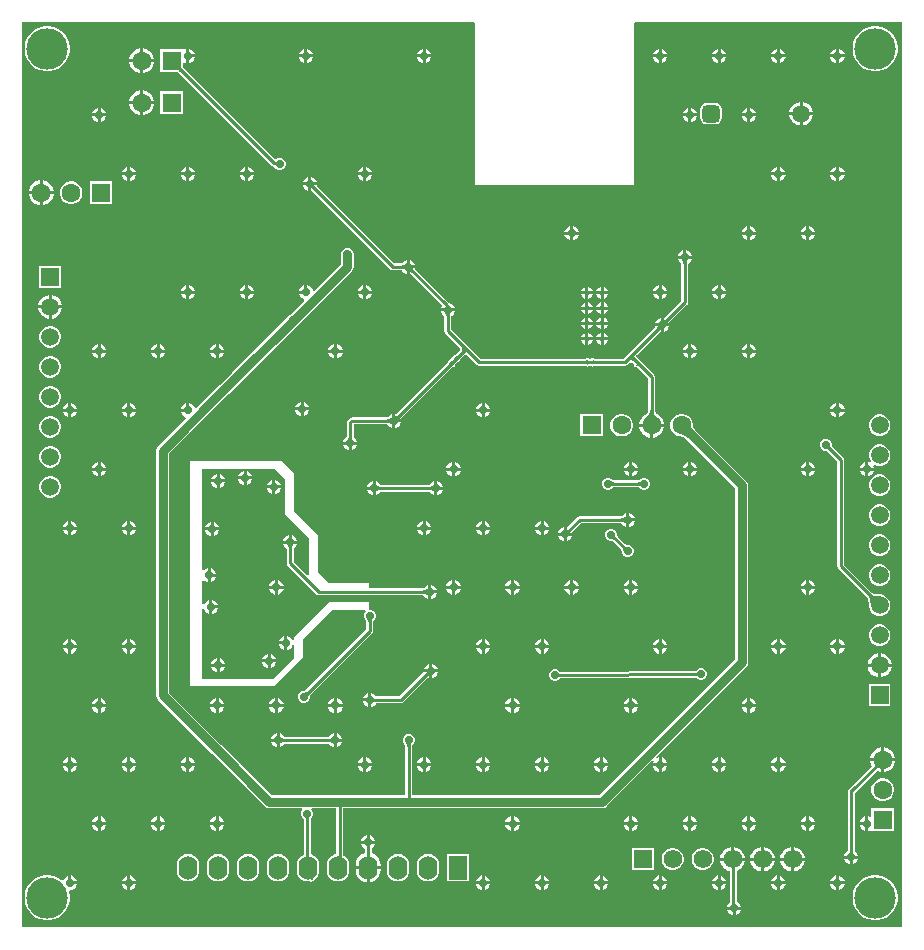
<source format=gbr>
G04*
G04 #@! TF.GenerationSoftware,Altium Limited,Altium Designer,24.1.2 (44)*
G04*
G04 Layer_Physical_Order=2*
G04 Layer_Color=16711680*
%FSLAX25Y25*%
%MOIN*%
G70*
G04*
G04 #@! TF.SameCoordinates,ACFB50F2-017F-4F91-B709-34B895734A88*
G04*
G04*
G04 #@! TF.FilePolarity,Positive*
G04*
G01*
G75*
%ADD15C,0.01000*%
%ADD54C,0.06181*%
%ADD55R,0.06181X0.06181*%
%ADD63C,0.01968*%
%ADD65C,0.03000*%
%ADD66C,0.13800*%
%ADD67O,0.06299X0.07874*%
%ADD68R,0.06299X0.07874*%
%ADD69C,0.06299*%
%ADD70R,0.06299X0.06299*%
G04:AMPARAMS|DCode=71|XSize=59.06mil|YSize=59.06mil|CornerRadius=14.76mil|HoleSize=0mil|Usage=FLASHONLY|Rotation=0.000|XOffset=0mil|YOffset=0mil|HoleType=Round|Shape=RoundedRectangle|*
%AMROUNDEDRECTD71*
21,1,0.05906,0.02953,0,0,0.0*
21,1,0.02953,0.05906,0,0,0.0*
1,1,0.02953,0.01476,-0.01476*
1,1,0.02953,-0.01476,-0.01476*
1,1,0.02953,-0.01476,0.01476*
1,1,0.02953,0.01476,0.01476*
%
%ADD71ROUNDEDRECTD71*%
%ADD72C,0.05906*%
%ADD73C,0.05984*%
%ADD74R,0.05984X0.05984*%
%ADD75R,0.06299X0.06299*%
%ADD76C,0.02756*%
%ADD77C,0.02800*%
G36*
X294378Y74122D02*
X1122D01*
Y375879D01*
X151707D01*
X152000Y375500D01*
X152000Y375378D01*
X152000Y321500D01*
X205000D01*
Y375378D01*
X205000Y375500D01*
X205293Y375879D01*
X294378D01*
X294378Y74122D01*
D02*
G37*
%LPC*%
G36*
X55886Y367017D02*
X55248Y366753D01*
X54750Y366750D01*
X54750Y366750D01*
X54750Y366750D01*
X47250D01*
Y359250D01*
X52574D01*
X52622Y359221D01*
X52674Y359233D01*
X52723Y359213D01*
X52814Y359250D01*
X53016D01*
X53055Y359228D01*
X53169Y359149D01*
X53497Y358871D01*
X53686Y358688D01*
X53751Y358663D01*
X84371Y328043D01*
X84371Y328043D01*
X84735Y327800D01*
X85029Y327741D01*
X85157Y327687D01*
X85196Y327686D01*
X85323Y327380D01*
X85880Y326823D01*
X86607Y326522D01*
X87393D01*
X88120Y326823D01*
X88677Y327380D01*
X88978Y328107D01*
Y328893D01*
X88677Y329620D01*
X88120Y330177D01*
X87393Y330478D01*
X86607D01*
X85880Y330177D01*
X85319Y330267D01*
X55344Y360243D01*
X55321Y360304D01*
X54969Y360683D01*
X54856Y360824D01*
X54772Y360945D01*
X54750Y360984D01*
Y361186D01*
X54787Y361277D01*
X54767Y361326D01*
X54779Y361378D01*
X54750Y361426D01*
Y362215D01*
X55250Y362499D01*
X55886Y362235D01*
Y364626D01*
Y367017D01*
D02*
G37*
G36*
X273421D02*
Y365126D01*
X275312D01*
X274956Y365985D01*
X274281Y366661D01*
X273421Y367017D01*
D02*
G37*
G36*
X272421D02*
X271562Y366661D01*
X270887Y365985D01*
X270531Y365126D01*
X272421D01*
Y367017D01*
D02*
G37*
G36*
X253736D02*
Y365126D01*
X255627D01*
X255271Y365985D01*
X254596Y366661D01*
X253736Y367017D01*
D02*
G37*
G36*
X252736D02*
X251877Y366661D01*
X251202Y365985D01*
X250846Y365126D01*
X252736D01*
Y367017D01*
D02*
G37*
G36*
X234051D02*
Y365126D01*
X235942D01*
X235586Y365985D01*
X234911Y366661D01*
X234051Y367017D01*
D02*
G37*
G36*
X233051D02*
X232192Y366661D01*
X231517Y365985D01*
X231161Y365126D01*
X233051D01*
Y367017D01*
D02*
G37*
G36*
X214366D02*
Y365126D01*
X216257D01*
X215901Y365985D01*
X215226Y366661D01*
X214366Y367017D01*
D02*
G37*
G36*
X213366D02*
X212507Y366661D01*
X211831Y365985D01*
X211475Y365126D01*
X213366D01*
Y367017D01*
D02*
G37*
G36*
X135626D02*
Y365126D01*
X137517D01*
X137161Y365985D01*
X136486Y366661D01*
X135626Y367017D01*
D02*
G37*
G36*
X134626D02*
X133766Y366661D01*
X133091Y365985D01*
X132735Y365126D01*
X134626D01*
Y367017D01*
D02*
G37*
G36*
X96256D02*
Y365126D01*
X98147D01*
X97790Y365985D01*
X97115Y366661D01*
X96256Y367017D01*
D02*
G37*
G36*
X95256D02*
X94396Y366661D01*
X93721Y365985D01*
X93365Y365126D01*
X95256D01*
Y367017D01*
D02*
G37*
G36*
X56886D02*
Y365126D01*
X58776D01*
X58420Y365985D01*
X57745Y366661D01*
X56886Y367017D01*
D02*
G37*
G36*
X41546Y367150D02*
X41500D01*
Y363500D01*
X45150D01*
Y363546D01*
X44867Y364602D01*
X44320Y365548D01*
X43548Y366320D01*
X42602Y366867D01*
X41546Y367150D01*
D02*
G37*
G36*
X40500D02*
X40454D01*
X39398Y366867D01*
X38452Y366320D01*
X37679Y365548D01*
X37133Y364602D01*
X36850Y363546D01*
Y363500D01*
X40500D01*
Y367150D01*
D02*
G37*
G36*
X275312Y364126D02*
X273421D01*
Y362235D01*
X274281Y362591D01*
X274956Y363266D01*
X275312Y364126D01*
D02*
G37*
G36*
X272421D02*
X270531D01*
X270887Y363266D01*
X271562Y362591D01*
X272421Y362235D01*
Y364126D01*
D02*
G37*
G36*
X255627D02*
X253736D01*
Y362235D01*
X254596Y362591D01*
X255271Y363266D01*
X255627Y364126D01*
D02*
G37*
G36*
X252736D02*
X250846D01*
X251202Y363266D01*
X251877Y362591D01*
X252736Y362235D01*
Y364126D01*
D02*
G37*
G36*
X235942D02*
X234051D01*
Y362235D01*
X234911Y362591D01*
X235586Y363266D01*
X235942Y364126D01*
D02*
G37*
G36*
X233051D02*
X231161D01*
X231517Y363266D01*
X232192Y362591D01*
X233051Y362235D01*
Y364126D01*
D02*
G37*
G36*
X216257D02*
X214366D01*
Y362235D01*
X215226Y362591D01*
X215901Y363266D01*
X216257Y364126D01*
D02*
G37*
G36*
X213366D02*
X211475D01*
X211831Y363266D01*
X212507Y362591D01*
X213366Y362235D01*
Y364126D01*
D02*
G37*
G36*
X137517D02*
X135626D01*
Y362235D01*
X136486Y362591D01*
X137161Y363266D01*
X137517Y364126D01*
D02*
G37*
G36*
X134626D02*
X132735D01*
X133091Y363266D01*
X133766Y362591D01*
X134626Y362235D01*
Y364126D01*
D02*
G37*
G36*
X98147D02*
X96256D01*
Y362235D01*
X97115Y362591D01*
X97790Y363266D01*
X98147Y364126D01*
D02*
G37*
G36*
X95256D02*
X93365D01*
X93721Y363266D01*
X94396Y362591D01*
X95256Y362235D01*
Y364126D01*
D02*
G37*
G36*
X58776D02*
X56886D01*
Y362235D01*
X57745Y362591D01*
X58420Y363266D01*
X58776Y364126D01*
D02*
G37*
G36*
X286239Y374500D02*
X284761D01*
X283312Y374212D01*
X281947Y373646D01*
X280719Y372826D01*
X279674Y371781D01*
X278854Y370553D01*
X278288Y369188D01*
X278000Y367739D01*
Y366261D01*
X278288Y364812D01*
X278854Y363447D01*
X279674Y362219D01*
X280719Y361174D01*
X281947Y360354D01*
X283312Y359788D01*
X284761Y359500D01*
X286239D01*
X287688Y359788D01*
X289053Y360354D01*
X290281Y361174D01*
X291326Y362219D01*
X292146Y363447D01*
X292712Y364812D01*
X293000Y366261D01*
Y367739D01*
X292712Y369188D01*
X292146Y370553D01*
X291326Y371781D01*
X290281Y372826D01*
X289053Y373646D01*
X287688Y374212D01*
X286239Y374500D01*
D02*
G37*
G36*
X10239D02*
X8761D01*
X7312Y374212D01*
X5947Y373646D01*
X4719Y372826D01*
X3674Y371781D01*
X2854Y370553D01*
X2288Y369188D01*
X2000Y367739D01*
Y366261D01*
X2288Y364812D01*
X2854Y363447D01*
X3674Y362219D01*
X4719Y361174D01*
X5947Y360354D01*
X7312Y359788D01*
X8761Y359500D01*
X10239D01*
X11688Y359788D01*
X13053Y360354D01*
X14281Y361174D01*
X15326Y362219D01*
X16146Y363447D01*
X16712Y364812D01*
X17000Y366261D01*
Y367739D01*
X16712Y369188D01*
X16146Y370553D01*
X15326Y371781D01*
X14281Y372826D01*
X13053Y373646D01*
X11688Y374212D01*
X10239Y374500D01*
D02*
G37*
G36*
X45150Y362500D02*
X41500D01*
Y358850D01*
X41546D01*
X42602Y359133D01*
X43548Y359680D01*
X44320Y360452D01*
X44867Y361398D01*
X45150Y362454D01*
Y362500D01*
D02*
G37*
G36*
X40500D02*
X36850D01*
Y362454D01*
X37133Y361398D01*
X37679Y360452D01*
X38452Y359680D01*
X39398Y359133D01*
X40454Y358850D01*
X40500D01*
Y362500D01*
D02*
G37*
G36*
X41546Y353150D02*
X41500D01*
Y349500D01*
X45150D01*
Y349546D01*
X44867Y350602D01*
X44320Y351548D01*
X43548Y352321D01*
X42602Y352867D01*
X41546Y353150D01*
D02*
G37*
G36*
X40500D02*
X40454D01*
X39398Y352867D01*
X38452Y352321D01*
X37679Y351548D01*
X37133Y350602D01*
X36850Y349546D01*
Y349500D01*
X40500D01*
Y353150D01*
D02*
G37*
G36*
X261363Y349335D02*
X261342D01*
Y345883D01*
X264795D01*
Y345903D01*
X264526Y346908D01*
X264005Y347810D01*
X263269Y348546D01*
X262368Y349066D01*
X261363Y349335D01*
D02*
G37*
G36*
X260342D02*
X260322D01*
X259317Y349066D01*
X258415Y348546D01*
X257679Y347810D01*
X257159Y346908D01*
X256890Y345903D01*
Y345883D01*
X260342D01*
Y349335D01*
D02*
G37*
G36*
X243894Y347332D02*
Y345441D01*
X245784D01*
X245428Y346301D01*
X244753Y346976D01*
X243894Y347332D01*
D02*
G37*
G36*
X242894D02*
X242034Y346976D01*
X241359Y346301D01*
X241003Y345441D01*
X242894D01*
Y347332D01*
D02*
G37*
G36*
X224209D02*
Y345441D01*
X226099D01*
X225743Y346301D01*
X225068Y346976D01*
X224209Y347332D01*
D02*
G37*
G36*
X223209D02*
X222349Y346976D01*
X221674Y346301D01*
X221318Y345441D01*
X223209D01*
Y347332D01*
D02*
G37*
G36*
X27358D02*
Y345441D01*
X29249D01*
X28893Y346301D01*
X28218Y346976D01*
X27358Y347332D01*
D02*
G37*
G36*
X26358D02*
X25499Y346976D01*
X24824Y346301D01*
X24468Y345441D01*
X26358D01*
Y347332D01*
D02*
G37*
G36*
X54750Y352750D02*
X47250D01*
Y345250D01*
X54750D01*
Y352750D01*
D02*
G37*
G36*
X45150Y348500D02*
X41500D01*
Y344850D01*
X41546D01*
X42602Y345133D01*
X43548Y345679D01*
X44320Y346452D01*
X44867Y347398D01*
X45150Y348454D01*
Y348500D01*
D02*
G37*
G36*
X40500D02*
X36850D01*
Y348454D01*
X37133Y347398D01*
X37679Y346452D01*
X38452Y345679D01*
X39398Y345133D01*
X40454Y344850D01*
X40500D01*
Y348500D01*
D02*
G37*
G36*
X245784Y344441D02*
X243894D01*
Y342550D01*
X244753Y342906D01*
X245428Y343582D01*
X245784Y344441D01*
D02*
G37*
G36*
X242894D02*
X241003D01*
X241359Y343582D01*
X242034Y342906D01*
X242894Y342550D01*
Y344441D01*
D02*
G37*
G36*
X226099D02*
X224209D01*
Y342550D01*
X225068Y342906D01*
X225743Y343582D01*
X226099Y344441D01*
D02*
G37*
G36*
X223209D02*
X221318D01*
X221674Y343582D01*
X222349Y342906D01*
X223209Y342550D01*
Y344441D01*
D02*
G37*
G36*
X29249D02*
X27358D01*
Y342550D01*
X28218Y342906D01*
X28893Y343582D01*
X29249Y344441D01*
D02*
G37*
G36*
X26358D02*
X24468D01*
X24824Y343582D01*
X25499Y342906D01*
X26358Y342550D01*
Y344441D01*
D02*
G37*
G36*
X232319Y348976D02*
X229366D01*
X228556Y348815D01*
X227869Y348356D01*
X227410Y347669D01*
X227249Y346859D01*
Y343906D01*
X227410Y343096D01*
X227869Y342409D01*
X228556Y341950D01*
X229366Y341789D01*
X232319D01*
X233129Y341950D01*
X233816Y342409D01*
X234275Y343096D01*
X234436Y343906D01*
Y346859D01*
X234275Y347669D01*
X233816Y348356D01*
X233129Y348815D01*
X232319Y348976D01*
D02*
G37*
G36*
X264795Y344883D02*
X261342D01*
Y341430D01*
X261363D01*
X262368Y341699D01*
X263269Y342220D01*
X264005Y342955D01*
X264526Y343857D01*
X264795Y344862D01*
Y344883D01*
D02*
G37*
G36*
X260342D02*
X256890D01*
Y344862D01*
X257159Y343857D01*
X257679Y342955D01*
X258415Y342220D01*
X259317Y341699D01*
X260322Y341430D01*
X260342D01*
Y344883D01*
D02*
G37*
G36*
X273421Y327646D02*
Y325756D01*
X275312D01*
X274956Y326615D01*
X274281Y327291D01*
X273421Y327646D01*
D02*
G37*
G36*
X272421D02*
X271562Y327291D01*
X270887Y326615D01*
X270531Y325756D01*
X272421D01*
Y327646D01*
D02*
G37*
G36*
X253736D02*
Y325756D01*
X255627D01*
X255271Y326615D01*
X254596Y327291D01*
X253736Y327646D01*
D02*
G37*
G36*
X252736D02*
X251877Y327291D01*
X251202Y326615D01*
X250846Y325756D01*
X252736D01*
Y327646D01*
D02*
G37*
G36*
X115941D02*
Y325756D01*
X117832D01*
X117476Y326615D01*
X116800Y327291D01*
X115941Y327646D01*
D02*
G37*
G36*
X114941D02*
X114082Y327291D01*
X113406Y326615D01*
X113050Y325756D01*
X114941D01*
Y327646D01*
D02*
G37*
G36*
X76571D02*
Y325756D01*
X78461D01*
X78105Y326615D01*
X77430Y327291D01*
X76571Y327646D01*
D02*
G37*
G36*
X75571D02*
X74711Y327291D01*
X74036Y326615D01*
X73680Y325756D01*
X75571D01*
Y327646D01*
D02*
G37*
G36*
X56886D02*
Y325756D01*
X58776D01*
X58420Y326615D01*
X57745Y327291D01*
X56886Y327646D01*
D02*
G37*
G36*
X55886D02*
X55026Y327291D01*
X54351Y326615D01*
X53995Y325756D01*
X55886D01*
Y327646D01*
D02*
G37*
G36*
X37201D02*
Y325756D01*
X39091D01*
X38735Y326615D01*
X38060Y327291D01*
X37201Y327646D01*
D02*
G37*
G36*
X36201D02*
X35341Y327291D01*
X34666Y326615D01*
X34310Y325756D01*
X36201D01*
Y327646D01*
D02*
G37*
G36*
X275312Y324756D02*
X273421D01*
Y322865D01*
X274281Y323221D01*
X274956Y323896D01*
X275312Y324756D01*
D02*
G37*
G36*
X272421D02*
X270531D01*
X270887Y323896D01*
X271562Y323221D01*
X272421Y322865D01*
Y324756D01*
D02*
G37*
G36*
X255627D02*
X253736D01*
Y322865D01*
X254596Y323221D01*
X255271Y323896D01*
X255627Y324756D01*
D02*
G37*
G36*
X252736D02*
X250846D01*
X251202Y323896D01*
X251877Y323221D01*
X252736Y322865D01*
Y324756D01*
D02*
G37*
G36*
X117832D02*
X115941D01*
Y322865D01*
X116800Y323221D01*
X117476Y323896D01*
X117832Y324756D01*
D02*
G37*
G36*
X114941D02*
X113050D01*
X113406Y323896D01*
X114082Y323221D01*
X114941Y322865D01*
Y324756D01*
D02*
G37*
G36*
X78461D02*
X76571D01*
Y322865D01*
X77430Y323221D01*
X78105Y323896D01*
X78461Y324756D01*
D02*
G37*
G36*
X75571D02*
X73680D01*
X74036Y323896D01*
X74711Y323221D01*
X75571Y322865D01*
Y324756D01*
D02*
G37*
G36*
X58776D02*
X56886D01*
Y322865D01*
X57745Y323221D01*
X58420Y323896D01*
X58776Y324756D01*
D02*
G37*
G36*
X55886D02*
X53995D01*
X54351Y323896D01*
X55026Y323221D01*
X55886Y322865D01*
Y324756D01*
D02*
G37*
G36*
X39091D02*
X37201D01*
Y322865D01*
X38060Y323221D01*
X38735Y323896D01*
X39091Y324756D01*
D02*
G37*
G36*
X36201D02*
X34310D01*
X34666Y323896D01*
X35341Y323221D01*
X36201Y322865D01*
Y324756D01*
D02*
G37*
G36*
X97500Y324367D02*
Y322500D01*
X99367D01*
X99016Y323347D01*
X98347Y324016D01*
X97500Y324367D01*
D02*
G37*
G36*
X96500D02*
X95653Y324016D01*
X94984Y323347D01*
X94633Y322500D01*
X96500D01*
Y324367D01*
D02*
G37*
G36*
X97892Y321500D02*
X97500D01*
Y321108D01*
X97892Y321500D01*
D02*
G37*
G36*
X99367D02*
X98448D01*
X98450Y321494D01*
X98492Y321380D01*
X98543Y321269D01*
X98605Y321162D01*
X98676Y321058D01*
X98756Y320958D01*
X98846Y320861D01*
X98139Y320154D01*
X98042Y320244D01*
X97942Y320324D01*
X97838Y320395D01*
X97731Y320457D01*
X97620Y320508D01*
X97506Y320550D01*
X97500Y320552D01*
Y319633D01*
X97670Y319704D01*
X97696Y319679D01*
X97758Y319656D01*
X123867Y293547D01*
X124231Y293304D01*
X124660Y293219D01*
X124660Y293219D01*
X127646D01*
X127707Y293191D01*
X127743Y293190D01*
X127824Y292993D01*
X128493Y292324D01*
X129340Y291973D01*
Y294340D01*
Y296707D01*
X128493Y296356D01*
X127824Y295687D01*
X127743Y295491D01*
X127707Y295489D01*
X127646Y295462D01*
X125124D01*
X99344Y321242D01*
X99321Y321304D01*
X99296Y321330D01*
X99367Y321500D01*
D02*
G37*
G36*
X96500D02*
X94633D01*
X94984Y320653D01*
X95653Y319984D01*
X96500Y319633D01*
Y321500D01*
D02*
G37*
G36*
X8046Y323150D02*
X8000D01*
Y319500D01*
X11650D01*
Y319546D01*
X11367Y320602D01*
X10820Y321548D01*
X10048Y322321D01*
X9102Y322867D01*
X8046Y323150D01*
D02*
G37*
G36*
X7000D02*
X6954D01*
X5898Y322867D01*
X4952Y322321D01*
X4180Y321548D01*
X3633Y320602D01*
X3350Y319546D01*
Y319500D01*
X7000D01*
Y323150D01*
D02*
G37*
G36*
X31250Y322750D02*
X23750D01*
Y315250D01*
X31250D01*
Y322750D01*
D02*
G37*
G36*
X17994D02*
X17006D01*
X16053Y322494D01*
X15198Y322000D01*
X14500Y321302D01*
X14006Y320447D01*
X13750Y319494D01*
Y318506D01*
X14006Y317553D01*
X14500Y316698D01*
X15198Y316000D01*
X16053Y315506D01*
X17006Y315250D01*
X17994D01*
X18947Y315506D01*
X19802Y316000D01*
X20500Y316698D01*
X20994Y317553D01*
X21250Y318506D01*
Y319494D01*
X20994Y320447D01*
X20500Y321302D01*
X19802Y322000D01*
X18947Y322494D01*
X17994Y322750D01*
D02*
G37*
G36*
X11650Y318500D02*
X8000D01*
Y314850D01*
X8046D01*
X9102Y315133D01*
X10048Y315680D01*
X10820Y316452D01*
X11367Y317398D01*
X11650Y318454D01*
Y318500D01*
D02*
G37*
G36*
X7000D02*
X3350D01*
Y318454D01*
X3633Y317398D01*
X4180Y316452D01*
X4952Y315680D01*
X5898Y315133D01*
X6954Y314850D01*
X7000D01*
Y318500D01*
D02*
G37*
G36*
X263579Y307962D02*
Y306071D01*
X265469D01*
X265113Y306930D01*
X264438Y307606D01*
X263579Y307962D01*
D02*
G37*
G36*
X262579D02*
X261719Y307606D01*
X261044Y306930D01*
X260688Y306071D01*
X262579D01*
Y307962D01*
D02*
G37*
G36*
X243894D02*
Y306071D01*
X245784D01*
X245428Y306930D01*
X244753Y307606D01*
X243894Y307962D01*
D02*
G37*
G36*
X242894D02*
X242034Y307606D01*
X241359Y306930D01*
X241003Y306071D01*
X242894D01*
Y307962D01*
D02*
G37*
G36*
X184839D02*
Y306071D01*
X186729D01*
X186373Y306930D01*
X185698Y307606D01*
X184839Y307962D01*
D02*
G37*
G36*
X183839D02*
X182979Y307606D01*
X182304Y306930D01*
X181948Y306071D01*
X183839D01*
Y307962D01*
D02*
G37*
G36*
X265469Y305071D02*
X263579D01*
Y303180D01*
X264438Y303536D01*
X265113Y304211D01*
X265469Y305071D01*
D02*
G37*
G36*
X262579D02*
X260688D01*
X261044Y304211D01*
X261719Y303536D01*
X262579Y303180D01*
Y305071D01*
D02*
G37*
G36*
X245784D02*
X243894D01*
Y303180D01*
X244753Y303536D01*
X245428Y304211D01*
X245784Y305071D01*
D02*
G37*
G36*
X242894D02*
X241003D01*
X241359Y304211D01*
X242034Y303536D01*
X242894Y303180D01*
Y305071D01*
D02*
G37*
G36*
X186729D02*
X184839D01*
Y303180D01*
X185698Y303536D01*
X186373Y304211D01*
X186729Y305071D01*
D02*
G37*
G36*
X183839D02*
X181948D01*
X182304Y304211D01*
X182979Y303536D01*
X183839Y303180D01*
Y305071D01*
D02*
G37*
G36*
X222500Y299867D02*
Y298000D01*
X224367D01*
X224016Y298847D01*
X223347Y299516D01*
X222500Y299867D01*
D02*
G37*
G36*
X221500D02*
X220653Y299516D01*
X219984Y298847D01*
X219633Y298000D01*
X221500D01*
Y299867D01*
D02*
G37*
G36*
X130340Y296707D02*
Y294840D01*
X132207D01*
X131856Y295687D01*
X131187Y296356D01*
X130340Y296707D01*
D02*
G37*
G36*
X130732Y293840D02*
X130340D01*
Y293448D01*
X130732Y293840D01*
D02*
G37*
G36*
X132207D02*
X131288D01*
X131290Y293834D01*
X131332Y293720D01*
X131384Y293609D01*
X131445Y293502D01*
X131516Y293398D01*
X131596Y293298D01*
X131686Y293201D01*
X130979Y292494D01*
X130883Y292584D01*
X130782Y292665D01*
X130678Y292736D01*
X130571Y292797D01*
X130461Y292848D01*
X130346Y292891D01*
X130340Y292892D01*
Y291973D01*
X130510Y292044D01*
X130536Y292019D01*
X130598Y291996D01*
X141116Y281479D01*
X140984Y281347D01*
X140633Y280500D01*
X145367D01*
X145016Y281347D01*
X144347Y282016D01*
X143473Y282378D01*
X143388D01*
X132185Y293582D01*
X132161Y293644D01*
X132137Y293671D01*
X132207Y293840D01*
D02*
G37*
G36*
X14092Y294592D02*
X6908D01*
Y287408D01*
X14092D01*
Y294592D01*
D02*
G37*
G36*
X109500Y300641D02*
X108681Y300478D01*
X107986Y300014D01*
X107522Y299319D01*
X107359Y298500D01*
Y295144D01*
X98618Y286403D01*
X98072Y286565D01*
X97790Y287245D01*
X97115Y287920D01*
X96256Y288277D01*
Y285886D01*
X95756D01*
Y285386D01*
X93365D01*
X93721Y284526D01*
X94396Y283851D01*
X95077Y283569D01*
X95239Y283024D01*
X90575Y278360D01*
X90559Y278357D01*
X89865Y277893D01*
X70986Y259014D01*
X70986Y259014D01*
X66986Y255014D01*
X66986Y255014D01*
X59221Y247249D01*
X58631Y247366D01*
X58420Y247875D01*
X57745Y248550D01*
X56886Y248906D01*
Y246516D01*
X56386D01*
Y246016D01*
X53995D01*
X54351Y245156D01*
X55026Y244481D01*
X55535Y244270D01*
X55652Y243681D01*
X46486Y234514D01*
X46022Y233819D01*
X45859Y233000D01*
Y163000D01*
Y153500D01*
Y151500D01*
X46022Y150681D01*
X46486Y149986D01*
X64486Y131986D01*
X64486Y131986D01*
X81986Y114486D01*
X82681Y114022D01*
X83500Y113859D01*
X94354D01*
X94562Y113359D01*
X94323Y113120D01*
X94022Y112393D01*
Y111607D01*
X94323Y110880D01*
X94880Y110323D01*
X95128Y110220D01*
Y98278D01*
X94609Y98063D01*
X93826Y97462D01*
X93225Y96678D01*
X92847Y95766D01*
X92718Y94787D01*
Y93213D01*
X92847Y92234D01*
X93225Y91322D01*
X93826Y90538D01*
X94609Y89937D01*
X95521Y89560D01*
X96500Y89431D01*
X97018Y89499D01*
X97071Y89464D01*
X97500Y89378D01*
X97929Y89464D01*
X98293Y89707D01*
X98543Y89957D01*
X98676Y90156D01*
X99174Y90538D01*
X99775Y91322D01*
X100153Y92234D01*
X100282Y93213D01*
Y94787D01*
X100153Y95766D01*
X99775Y96678D01*
X99174Y97462D01*
X98391Y98063D01*
X97479Y98440D01*
X97372Y98455D01*
Y110574D01*
X97677Y110880D01*
X97978Y111607D01*
Y112393D01*
X97677Y113120D01*
X97438Y113359D01*
X97645Y113859D01*
X105878D01*
Y98488D01*
X105521Y98440D01*
X104609Y98063D01*
X103826Y97462D01*
X103225Y96678D01*
X102847Y95766D01*
X102718Y94787D01*
Y93213D01*
X102847Y92234D01*
X103225Y91322D01*
X103826Y90538D01*
X104609Y89937D01*
X105521Y89560D01*
X106500Y89431D01*
X107479Y89560D01*
X108391Y89937D01*
X109174Y90538D01*
X109775Y91322D01*
X110153Y92234D01*
X110282Y93213D01*
Y94787D01*
X110153Y95766D01*
X109775Y96678D01*
X109174Y97462D01*
X108391Y98063D01*
X108122Y98174D01*
Y113859D01*
X194500D01*
X195319Y114022D01*
X196014Y114486D01*
X211288Y129760D01*
X211712Y129477D01*
X211475Y128905D01*
X213366D01*
Y130796D01*
X212794Y130559D01*
X212511Y130983D01*
X242514Y160986D01*
X242978Y161681D01*
X243141Y162500D01*
Y176500D01*
Y221500D01*
X242978Y222319D01*
X242514Y223014D01*
X225831Y239697D01*
X225824Y239716D01*
X225604Y239946D01*
X225418Y240158D01*
X225259Y240361D01*
X225125Y240554D01*
X225016Y240736D01*
X224932Y240906D01*
X224870Y241064D01*
X224829Y241208D01*
X224806Y241340D01*
X224798Y241502D01*
X224750Y241604D01*
Y241994D01*
X224494Y242947D01*
X224000Y243802D01*
X223302Y244500D01*
X222447Y244994D01*
X221494Y245250D01*
X220506D01*
X219553Y244994D01*
X218698Y244500D01*
X218000Y243802D01*
X217506Y242947D01*
X217250Y241994D01*
Y241006D01*
X217506Y240053D01*
X218000Y239198D01*
X218698Y238500D01*
X219553Y238006D01*
X220506Y237750D01*
X220896D01*
X220998Y237702D01*
X221160Y237694D01*
X221292Y237671D01*
X221436Y237630D01*
X221594Y237568D01*
X221764Y237484D01*
X221946Y237375D01*
X222132Y237246D01*
X222560Y236891D01*
X222784Y236676D01*
X222803Y236669D01*
X238859Y220613D01*
Y176500D01*
Y163387D01*
X193613Y118141D01*
X131122D01*
Y134306D01*
X131149Y134366D01*
X131153Y134475D01*
X131161Y134554D01*
X131175Y134627D01*
X131194Y134695D01*
X131217Y134759D01*
X131245Y134820D01*
X131279Y134879D01*
X131318Y134937D01*
X131365Y134994D01*
X131436Y135069D01*
X131479Y135182D01*
X131677Y135380D01*
X131978Y136107D01*
Y136893D01*
X131677Y137620D01*
X131120Y138177D01*
X130393Y138478D01*
X129607D01*
X128880Y138177D01*
X128323Y137620D01*
X128022Y136893D01*
Y136107D01*
X128323Y135380D01*
X128521Y135182D01*
X128564Y135069D01*
X128635Y134994D01*
X128682Y134937D01*
X128721Y134879D01*
X128755Y134820D01*
X128783Y134759D01*
X128806Y134695D01*
X128825Y134627D01*
X128839Y134554D01*
X128847Y134475D01*
X128851Y134366D01*
X128878Y134306D01*
Y118141D01*
X84387D01*
X67514Y135014D01*
X67514Y135014D01*
X50141Y152387D01*
Y153500D01*
Y163000D01*
Y232113D01*
X70014Y251986D01*
X70014Y251986D01*
X74014Y255986D01*
X74014Y255986D01*
X92426Y274397D01*
X92441Y274400D01*
X93135Y274865D01*
X111014Y292743D01*
X111478Y293438D01*
X111641Y294257D01*
Y298500D01*
X111478Y299319D01*
X111014Y300014D01*
X110319Y300478D01*
X109500Y300641D01*
D02*
G37*
G36*
X234051Y288277D02*
Y286386D01*
X235942D01*
X235586Y287245D01*
X234911Y287920D01*
X234051Y288277D01*
D02*
G37*
G36*
X233051D02*
X232192Y287920D01*
X231517Y287245D01*
X231161Y286386D01*
X233051D01*
Y288277D01*
D02*
G37*
G36*
X214366D02*
Y286386D01*
X216257D01*
X215901Y287245D01*
X215226Y287920D01*
X214366Y288277D01*
D02*
G37*
G36*
X213366D02*
X212507Y287920D01*
X211831Y287245D01*
X211475Y286386D01*
X213366D01*
Y288277D01*
D02*
G37*
G36*
X115941D02*
Y286386D01*
X117832D01*
X117476Y287245D01*
X116800Y287920D01*
X115941Y288277D01*
D02*
G37*
G36*
X114941D02*
X114082Y287920D01*
X113406Y287245D01*
X113050Y286386D01*
X114941D01*
Y288277D01*
D02*
G37*
G36*
X95256D02*
X94396Y287920D01*
X93721Y287245D01*
X93365Y286386D01*
X95256D01*
Y288277D01*
D02*
G37*
G36*
X76571D02*
Y286386D01*
X78461D01*
X78105Y287245D01*
X77430Y287920D01*
X76571Y288277D01*
D02*
G37*
G36*
X75571D02*
X74711Y287920D01*
X74036Y287245D01*
X73680Y286386D01*
X75571D01*
Y288277D01*
D02*
G37*
G36*
X56886D02*
Y286386D01*
X58776D01*
X58420Y287245D01*
X57745Y287920D01*
X56886Y288277D01*
D02*
G37*
G36*
X55886D02*
X55026Y287920D01*
X54351Y287245D01*
X53995Y286386D01*
X55886D01*
Y288277D01*
D02*
G37*
G36*
X195059Y287618D02*
Y286177D01*
X196500D01*
X196241Y286801D01*
X195683Y287359D01*
X195059Y287618D01*
D02*
G37*
G36*
X194059D02*
X193435Y287359D01*
X192877Y286801D01*
X192618Y286177D01*
X194059D01*
Y287618D01*
D02*
G37*
G36*
X189941D02*
Y286177D01*
X191382D01*
X191123Y286801D01*
X190565Y287359D01*
X189941Y287618D01*
D02*
G37*
G36*
X188941D02*
X188317Y287359D01*
X187759Y286801D01*
X187500Y286177D01*
X188941D01*
Y287618D01*
D02*
G37*
G36*
X196500Y285177D02*
X195059D01*
Y283736D01*
X195683Y283995D01*
X196241Y284553D01*
X196500Y285177D01*
D02*
G37*
G36*
X194059D02*
X192618D01*
X192877Y284553D01*
X193435Y283995D01*
X194059Y283736D01*
Y285177D01*
D02*
G37*
G36*
X191382D02*
X189941D01*
Y283736D01*
X190565Y283995D01*
X191123Y284553D01*
X191382Y285177D01*
D02*
G37*
G36*
X188941D02*
X187500D01*
X187759Y284553D01*
X188317Y283995D01*
X188941Y283736D01*
Y285177D01*
D02*
G37*
G36*
X235942Y285386D02*
X234051D01*
Y283495D01*
X234911Y283851D01*
X235586Y284526D01*
X235942Y285386D01*
D02*
G37*
G36*
X233051D02*
X231161D01*
X231517Y284526D01*
X232192Y283851D01*
X233051Y283495D01*
Y285386D01*
D02*
G37*
G36*
X216257D02*
X214366D01*
Y283495D01*
X215226Y283851D01*
X215901Y284526D01*
X216257Y285386D01*
D02*
G37*
G36*
X213366D02*
X211475D01*
X211831Y284526D01*
X212507Y283851D01*
X213366Y283495D01*
Y285386D01*
D02*
G37*
G36*
X117832D02*
X115941D01*
Y283495D01*
X116800Y283851D01*
X117476Y284526D01*
X117832Y285386D01*
D02*
G37*
G36*
X114941D02*
X113050D01*
X113406Y284526D01*
X114082Y283851D01*
X114941Y283495D01*
Y285386D01*
D02*
G37*
G36*
X78461D02*
X76571D01*
Y283495D01*
X77430Y283851D01*
X78105Y284526D01*
X78461Y285386D01*
D02*
G37*
G36*
X75571D02*
X73680D01*
X74036Y284526D01*
X74711Y283851D01*
X75571Y283495D01*
Y285386D01*
D02*
G37*
G36*
X58776D02*
X56886D01*
Y283495D01*
X57745Y283851D01*
X58420Y284526D01*
X58776Y285386D01*
D02*
G37*
G36*
X55886D02*
X53995D01*
X54351Y284526D01*
X55026Y283851D01*
X55886Y283495D01*
Y285386D01*
D02*
G37*
G36*
X11026Y284992D02*
X11000D01*
Y281500D01*
X14492D01*
Y281526D01*
X14220Y282541D01*
X13694Y283451D01*
X12951Y284194D01*
X12041Y284720D01*
X11026Y284992D01*
D02*
G37*
G36*
X10000D02*
X9974D01*
X8959Y284720D01*
X8049Y284194D01*
X7305Y283451D01*
X6780Y282541D01*
X6508Y281526D01*
Y281500D01*
X10000D01*
Y284992D01*
D02*
G37*
G36*
X195059Y282500D02*
Y281059D01*
X196500D01*
X196241Y281683D01*
X195683Y282241D01*
X195059Y282500D01*
D02*
G37*
G36*
X194059D02*
X193435Y282241D01*
X192877Y281683D01*
X192618Y281059D01*
X194059D01*
Y282500D01*
D02*
G37*
G36*
X189941D02*
Y281059D01*
X191382D01*
X191123Y281683D01*
X190565Y282241D01*
X189941Y282500D01*
D02*
G37*
G36*
X188941D02*
X188317Y282241D01*
X187759Y281683D01*
X187500Y281059D01*
X188941D01*
Y282500D01*
D02*
G37*
G36*
X196500Y280059D02*
X195059D01*
Y278618D01*
X195683Y278877D01*
X196241Y279435D01*
X196500Y280059D01*
D02*
G37*
G36*
X194059D02*
X192618D01*
X192877Y279435D01*
X193435Y278877D01*
X194059Y278618D01*
Y280059D01*
D02*
G37*
G36*
X191382D02*
X189941D01*
Y278618D01*
X190565Y278877D01*
X191123Y279435D01*
X191382Y280059D01*
D02*
G37*
G36*
X188941D02*
X187500D01*
X187759Y279435D01*
X188317Y278877D01*
X188941Y278618D01*
Y280059D01*
D02*
G37*
G36*
X224367Y297000D02*
X219633D01*
X219984Y296153D01*
X220653Y295484D01*
X220850Y295403D01*
X220851Y295366D01*
X220879Y295306D01*
Y282965D01*
X215258Y277344D01*
X215196Y277321D01*
X215170Y277296D01*
X215000Y277367D01*
Y276448D01*
X215006Y276450D01*
X215120Y276492D01*
X215231Y276543D01*
X215338Y276605D01*
X215442Y276676D01*
X215542Y276756D01*
X215639Y276846D01*
X216346Y276139D01*
X216256Y276042D01*
X216176Y275942D01*
X216105Y275838D01*
X216043Y275731D01*
X215992Y275620D01*
X215950Y275506D01*
X215948Y275500D01*
X216867D01*
X216796Y275670D01*
X216821Y275696D01*
X216844Y275758D01*
X222793Y281707D01*
X222793Y281707D01*
X223036Y282071D01*
X223122Y282500D01*
Y295306D01*
X223149Y295366D01*
X223150Y295403D01*
X223347Y295484D01*
X224016Y296153D01*
X224367Y297000D01*
D02*
G37*
G36*
X14492Y280500D02*
X11000D01*
Y277008D01*
X11026D01*
X12041Y277280D01*
X12951Y277805D01*
X13694Y278549D01*
X14220Y279459D01*
X14492Y280474D01*
Y280500D01*
D02*
G37*
G36*
X10000D02*
X6508D01*
Y280474D01*
X6780Y279459D01*
X7305Y278549D01*
X8049Y277805D01*
X8959Y277280D01*
X9974Y277008D01*
X10000D01*
Y280500D01*
D02*
G37*
G36*
X195059Y277382D02*
Y275941D01*
X196500D01*
X196241Y276565D01*
X195683Y277123D01*
X195059Y277382D01*
D02*
G37*
G36*
X194059D02*
X193435Y277123D01*
X192877Y276565D01*
X192618Y275941D01*
X194059D01*
Y277382D01*
D02*
G37*
G36*
X189941D02*
Y275941D01*
X191382D01*
X191123Y276565D01*
X190565Y277123D01*
X189941Y277382D01*
D02*
G37*
G36*
X188941D02*
X188317Y277123D01*
X187759Y276565D01*
X187500Y275941D01*
X188941D01*
Y277382D01*
D02*
G37*
G36*
X215000Y275892D02*
Y275500D01*
X215392D01*
X215000Y275892D01*
D02*
G37*
G36*
X214000Y277367D02*
X213153Y277016D01*
X212484Y276347D01*
X212133Y275500D01*
X214000D01*
Y277367D01*
D02*
G37*
G36*
Y274500D02*
X213608D01*
X214000Y274108D01*
Y274500D01*
D02*
G37*
G36*
X196500Y274941D02*
X195059D01*
Y273500D01*
X195683Y273759D01*
X196241Y274317D01*
X196500Y274941D01*
D02*
G37*
G36*
X194059D02*
X192618D01*
X192877Y274317D01*
X193435Y273759D01*
X194059Y273500D01*
Y274941D01*
D02*
G37*
G36*
X191382D02*
X189941D01*
Y273500D01*
X190565Y273759D01*
X191123Y274317D01*
X191382Y274941D01*
D02*
G37*
G36*
X188941D02*
X187500D01*
X187759Y274317D01*
X188317Y273759D01*
X188941Y273500D01*
Y274941D01*
D02*
G37*
G36*
X216867Y274500D02*
X215000D01*
Y272633D01*
X215847Y272984D01*
X216516Y273653D01*
X216867Y274500D01*
D02*
G37*
G36*
X145367Y279500D02*
X140633D01*
X140984Y278653D01*
X141653Y277984D01*
X141850Y277903D01*
X141851Y277866D01*
X141878Y277806D01*
Y273000D01*
X141878Y273000D01*
X141964Y272571D01*
X142207Y272207D01*
X147040Y267374D01*
X147045Y267347D01*
X147062Y267336D01*
X147208Y266845D01*
X147204Y266839D01*
X147103Y266727D01*
X147082Y266668D01*
X145410Y264996D01*
X145337Y264962D01*
X144921Y264507D01*
X143493Y263079D01*
X143038Y262663D01*
X143004Y262590D01*
X125758Y245344D01*
X125696Y245321D01*
X125670Y245297D01*
X125500Y245367D01*
Y244448D01*
X125506Y244450D01*
X125620Y244492D01*
X125731Y244543D01*
X125838Y244605D01*
X125942Y244675D01*
X126042Y244756D01*
X126139Y244846D01*
X126846Y244139D01*
X126756Y244042D01*
X126675Y243942D01*
X126605Y243838D01*
X126543Y243731D01*
X126492Y243620D01*
X126450Y243506D01*
X126448Y243500D01*
X127367D01*
X127296Y243670D01*
X127321Y243696D01*
X127344Y243758D01*
X144359Y260773D01*
X144382Y260777D01*
X144417Y260828D01*
X144476Y260851D01*
X144550Y260921D01*
X144600Y260962D01*
X144625Y260979D01*
X144672Y260971D01*
X144902Y260924D01*
X144905Y260923D01*
X144916Y260930D01*
X144928Y260928D01*
X145122Y261065D01*
X145320Y261196D01*
X145321Y261198D01*
X145323Y261208D01*
X145334Y261216D01*
X145334Y261219D01*
X145373Y261450D01*
X145422Y261683D01*
X145397Y261811D01*
X146189Y262603D01*
X146318Y262579D01*
X146550Y262627D01*
X146781Y262666D01*
X146784Y262667D01*
X146792Y262677D01*
X146804Y262680D01*
X146934Y262877D01*
X147072Y263072D01*
X147072Y263074D01*
X147070Y263084D01*
X147077Y263095D01*
X147029Y263328D01*
X147021Y263375D01*
X147038Y263400D01*
X147079Y263450D01*
X147149Y263524D01*
X147172Y263583D01*
X147223Y263618D01*
X147227Y263641D01*
X148668Y265082D01*
X148727Y265103D01*
X148839Y265204D01*
X148845Y265208D01*
X149336Y265062D01*
X149347Y265045D01*
X149374Y265040D01*
X152707Y261707D01*
X152707Y261707D01*
X153071Y261464D01*
X153500Y261378D01*
X153500Y261379D01*
X188642D01*
X188704Y261351D01*
X188805Y261348D01*
X188879Y261342D01*
X188944Y261332D01*
X189000Y261319D01*
X189048Y261305D01*
X189087Y261289D01*
X189120Y261273D01*
X189147Y261256D01*
X189171Y261238D01*
X189215Y261197D01*
X189437Y261115D01*
X189656Y261024D01*
X189669Y261029D01*
X189681Y261024D01*
X189897Y261123D01*
X190116Y261214D01*
X190121Y261226D01*
X190133Y261232D01*
X190187Y261379D01*
X190813D01*
X190867Y261232D01*
X190879Y261226D01*
X190883Y261216D01*
X190884Y261214D01*
X191104Y261123D01*
X191319Y261024D01*
X191331Y261029D01*
X191343Y261024D01*
X191345Y261025D01*
X191563Y261115D01*
X191785Y261197D01*
X191829Y261238D01*
X191852Y261256D01*
X191880Y261273D01*
X191913Y261289D01*
X191952Y261305D01*
X192000Y261319D01*
X192056Y261332D01*
X192121Y261342D01*
X192195Y261348D01*
X192296Y261351D01*
X192358Y261379D01*
X202000D01*
X202000Y261378D01*
X202429Y261464D01*
X202793Y261707D01*
X203407Y262321D01*
X203407Y262321D01*
X203748Y262496D01*
X204098Y262316D01*
X204182Y262245D01*
X204185Y262245D01*
X204201Y262247D01*
X204217Y262235D01*
X204220Y262236D01*
X204446Y262269D01*
X204629Y262285D01*
X205285Y261629D01*
X205269Y261446D01*
X205236Y261220D01*
X205235Y261217D01*
X205247Y261201D01*
X205245Y261182D01*
X205394Y261004D01*
X205533Y260818D01*
X205535Y260818D01*
X205552Y260816D01*
X205564Y260801D01*
X205567Y260801D01*
X205795Y260781D01*
X206025Y260747D01*
X206061Y260756D01*
X206069Y260754D01*
X206089Y260746D01*
X206120Y260729D01*
X206160Y260701D01*
X206210Y260660D01*
X206282Y260593D01*
X206345Y260569D01*
X209878Y257035D01*
Y246600D01*
X209853Y246549D01*
X209839Y246372D01*
X209806Y246221D01*
X209744Y246042D01*
X209649Y245839D01*
X209521Y245614D01*
X209357Y245368D01*
X209323Y245323D01*
X208452Y244820D01*
X207680Y244048D01*
X207133Y243102D01*
X206850Y242046D01*
Y242000D01*
X215150D01*
Y242046D01*
X214867Y243102D01*
X214320Y244048D01*
X213548Y244820D01*
X212677Y245323D01*
X212643Y245368D01*
X212479Y245614D01*
X212350Y245839D01*
X212256Y246042D01*
X212194Y246221D01*
X212161Y246372D01*
X212147Y246549D01*
X212122Y246600D01*
Y257500D01*
X212036Y257929D01*
X211793Y258293D01*
X211793Y258293D01*
X207674Y262412D01*
X207648Y262477D01*
X207576Y262552D01*
X207450Y262695D01*
X207411Y262747D01*
X207326Y262871D01*
X207302Y262914D01*
X207280Y262958D01*
X207264Y262997D01*
X207245Y263053D01*
X207085Y263233D01*
X206931Y263418D01*
X206922Y263419D01*
X206916Y263425D01*
X206676Y263441D01*
X206643Y263444D01*
X206444Y263643D01*
X206441Y263675D01*
X206425Y263916D01*
X206419Y263922D01*
X206418Y263931D01*
X206233Y264086D01*
X206053Y264245D01*
X205981Y264361D01*
X205947Y264451D01*
X205921Y264550D01*
X205909Y264636D01*
X205946Y264841D01*
X205955Y264847D01*
X205960Y264874D01*
X213742Y272656D01*
X213804Y272679D01*
X213830Y272704D01*
X214000Y272633D01*
Y273552D01*
X213994Y273550D01*
X213880Y273508D01*
X213769Y273457D01*
X213662Y273395D01*
X213558Y273324D01*
X213458Y273244D01*
X213361Y273154D01*
X212654Y273861D01*
X212744Y273958D01*
X212825Y274058D01*
X212895Y274162D01*
X212957Y274269D01*
X213008Y274380D01*
X213050Y274494D01*
X213052Y274500D01*
X212133D01*
X212204Y274330D01*
X212179Y274304D01*
X212156Y274242D01*
X203313Y265399D01*
X203286Y265394D01*
X203242Y265329D01*
X203207Y265293D01*
X203207Y265293D01*
X203171Y265258D01*
X203106Y265214D01*
X203101Y265187D01*
X201535Y263621D01*
X192358D01*
X192296Y263649D01*
X192195Y263652D01*
X192121Y263658D01*
X192056Y263668D01*
X192000Y263681D01*
X191952Y263695D01*
X191913Y263711D01*
X191880Y263727D01*
X191852Y263744D01*
X191829Y263762D01*
X191785Y263803D01*
X191563Y263885D01*
X191346Y263975D01*
X191343Y263976D01*
X191331Y263971D01*
X191319Y263976D01*
X191104Y263877D01*
X190884Y263786D01*
X190884Y263785D01*
X190879Y263774D01*
X190867Y263768D01*
X190866Y263766D01*
X190813Y263621D01*
X190187D01*
X190133Y263768D01*
X190121Y263774D01*
X190117Y263784D01*
X190116Y263786D01*
X189896Y263877D01*
X189681Y263976D01*
X189669Y263971D01*
X189656Y263976D01*
X189655Y263975D01*
X189437Y263885D01*
X189215Y263803D01*
X189171Y263762D01*
X189147Y263744D01*
X189120Y263727D01*
X189087Y263711D01*
X189048Y263695D01*
X189000Y263681D01*
X188944Y263668D01*
X188879Y263658D01*
X188805Y263652D01*
X188704Y263649D01*
X188642Y263621D01*
X153965D01*
X149899Y267687D01*
X149894Y267714D01*
X149829Y267758D01*
X149793Y267793D01*
X149793Y267793D01*
X149758Y267828D01*
X149714Y267894D01*
X149687Y267899D01*
X144122Y273465D01*
Y277806D01*
X144149Y277866D01*
X144150Y277903D01*
X144347Y277984D01*
X145016Y278653D01*
X145367Y279500D01*
D02*
G37*
G36*
X195059Y272264D02*
Y270823D01*
X196500D01*
X196241Y271447D01*
X195683Y272005D01*
X195059Y272264D01*
D02*
G37*
G36*
X194059D02*
X193435Y272005D01*
X192877Y271447D01*
X192618Y270823D01*
X194059D01*
Y272264D01*
D02*
G37*
G36*
X189941D02*
Y270823D01*
X191382D01*
X191123Y271447D01*
X190565Y272005D01*
X189941Y272264D01*
D02*
G37*
G36*
X188941D02*
X188317Y272005D01*
X187759Y271447D01*
X187500Y270823D01*
X188941D01*
Y272264D01*
D02*
G37*
G36*
X196500Y269823D02*
X195059D01*
Y268382D01*
X195683Y268641D01*
X196241Y269199D01*
X196500Y269823D01*
D02*
G37*
G36*
X194059D02*
X192618D01*
X192877Y269199D01*
X193435Y268641D01*
X194059Y268382D01*
Y269823D01*
D02*
G37*
G36*
X191382D02*
X189941D01*
Y268382D01*
X190565Y268641D01*
X191123Y269199D01*
X191382Y269823D01*
D02*
G37*
G36*
X188941D02*
X187500D01*
X187759Y269199D01*
X188317Y268641D01*
X188941Y268382D01*
Y269823D01*
D02*
G37*
G36*
X10973Y274592D02*
X10027D01*
X9114Y274347D01*
X8294Y273874D01*
X7626Y273206D01*
X7153Y272387D01*
X6908Y271473D01*
Y270527D01*
X7153Y269614D01*
X7626Y268794D01*
X8294Y268126D01*
X9114Y267653D01*
X10027Y267408D01*
X10973D01*
X11886Y267653D01*
X12706Y268126D01*
X13374Y268794D01*
X13847Y269614D01*
X14092Y270527D01*
Y271473D01*
X13847Y272387D01*
X13374Y273206D01*
X12706Y273874D01*
X11886Y274347D01*
X10973Y274592D01*
D02*
G37*
G36*
X243894Y268591D02*
Y266701D01*
X245784D01*
X245428Y267560D01*
X244753Y268235D01*
X243894Y268591D01*
D02*
G37*
G36*
X242894D02*
X242034Y268235D01*
X241359Y267560D01*
X241003Y266701D01*
X242894D01*
Y268591D01*
D02*
G37*
G36*
X224209D02*
Y266701D01*
X226099D01*
X225743Y267560D01*
X225068Y268235D01*
X224209Y268591D01*
D02*
G37*
G36*
X223209D02*
X222349Y268235D01*
X221674Y267560D01*
X221318Y266701D01*
X223209D01*
Y268591D01*
D02*
G37*
G36*
X106098D02*
Y266701D01*
X107989D01*
X107633Y267560D01*
X106958Y268235D01*
X106098Y268591D01*
D02*
G37*
G36*
X105098D02*
X104239Y268235D01*
X103564Y267560D01*
X103208Y266701D01*
X105098D01*
Y268591D01*
D02*
G37*
G36*
X66728D02*
Y266701D01*
X68619D01*
X68263Y267560D01*
X67588Y268235D01*
X66728Y268591D01*
D02*
G37*
G36*
X65728D02*
X64869Y268235D01*
X64194Y267560D01*
X63838Y266701D01*
X65728D01*
Y268591D01*
D02*
G37*
G36*
X47043D02*
Y266701D01*
X48934D01*
X48578Y267560D01*
X47903Y268235D01*
X47043Y268591D01*
D02*
G37*
G36*
X46043D02*
X45184Y268235D01*
X44509Y267560D01*
X44153Y266701D01*
X46043D01*
Y268591D01*
D02*
G37*
G36*
X27358D02*
Y266701D01*
X29249D01*
X28893Y267560D01*
X28218Y268235D01*
X27358Y268591D01*
D02*
G37*
G36*
X26358D02*
X25499Y268235D01*
X24824Y267560D01*
X24468Y266701D01*
X26358D01*
Y268591D01*
D02*
G37*
G36*
X245784Y265701D02*
X243894D01*
Y263810D01*
X244753Y264166D01*
X245428Y264841D01*
X245784Y265701D01*
D02*
G37*
G36*
X242894D02*
X241003D01*
X241359Y264841D01*
X242034Y264166D01*
X242894Y263810D01*
Y265701D01*
D02*
G37*
G36*
X226099D02*
X224209D01*
Y263810D01*
X225068Y264166D01*
X225743Y264841D01*
X226099Y265701D01*
D02*
G37*
G36*
X223209D02*
X221318D01*
X221674Y264841D01*
X222349Y264166D01*
X223209Y263810D01*
Y265701D01*
D02*
G37*
G36*
X107989D02*
X106098D01*
Y263810D01*
X106958Y264166D01*
X107633Y264841D01*
X107989Y265701D01*
D02*
G37*
G36*
X105098D02*
X103208D01*
X103564Y264841D01*
X104239Y264166D01*
X105098Y263810D01*
Y265701D01*
D02*
G37*
G36*
X68619D02*
X66728D01*
Y263810D01*
X67588Y264166D01*
X68263Y264841D01*
X68619Y265701D01*
D02*
G37*
G36*
X65728D02*
X63838D01*
X64194Y264841D01*
X64869Y264166D01*
X65728Y263810D01*
Y265701D01*
D02*
G37*
G36*
X48934D02*
X47043D01*
Y263810D01*
X47903Y264166D01*
X48578Y264841D01*
X48934Y265701D01*
D02*
G37*
G36*
X46043D02*
X44153D01*
X44509Y264841D01*
X45184Y264166D01*
X46043Y263810D01*
Y265701D01*
D02*
G37*
G36*
X29249D02*
X27358D01*
Y263810D01*
X28218Y264166D01*
X28893Y264841D01*
X29249Y265701D01*
D02*
G37*
G36*
X26358D02*
X24468D01*
X24824Y264841D01*
X25499Y264166D01*
X26358Y263810D01*
Y265701D01*
D02*
G37*
G36*
X10973Y264592D02*
X10027D01*
X9114Y264347D01*
X8294Y263874D01*
X7626Y263206D01*
X7153Y262386D01*
X6908Y261473D01*
Y260527D01*
X7153Y259613D01*
X7626Y258794D01*
X8294Y258126D01*
X9114Y257653D01*
X10027Y257408D01*
X10973D01*
X11886Y257653D01*
X12706Y258126D01*
X13374Y258794D01*
X13847Y259613D01*
X14092Y260527D01*
Y261473D01*
X13847Y262386D01*
X13374Y263206D01*
X12706Y263874D01*
X11886Y264347D01*
X10973Y264592D01*
D02*
G37*
G36*
X95000Y249367D02*
Y247500D01*
X96867D01*
X96516Y248347D01*
X95847Y249016D01*
X95000Y249367D01*
D02*
G37*
G36*
X94000D02*
X93153Y249016D01*
X92484Y248347D01*
X92133Y247500D01*
X94000D01*
Y249367D01*
D02*
G37*
G36*
X10973Y254592D02*
X10027D01*
X9114Y254347D01*
X8294Y253874D01*
X7626Y253206D01*
X7153Y252386D01*
X6908Y251473D01*
Y250527D01*
X7153Y249613D01*
X7626Y248794D01*
X8294Y248126D01*
X9114Y247653D01*
X10027Y247408D01*
X10973D01*
X11886Y247653D01*
X12706Y248126D01*
X13374Y248794D01*
X13847Y249613D01*
X14092Y250527D01*
Y251473D01*
X13847Y252386D01*
X13374Y253206D01*
X12706Y253874D01*
X11886Y254347D01*
X10973Y254592D01*
D02*
G37*
G36*
X273421Y248906D02*
Y247016D01*
X275312D01*
X274956Y247875D01*
X274281Y248550D01*
X273421Y248906D01*
D02*
G37*
G36*
X272421D02*
X271562Y248550D01*
X270887Y247875D01*
X270531Y247016D01*
X272421D01*
Y248906D01*
D02*
G37*
G36*
X155311D02*
Y247016D01*
X157202D01*
X156846Y247875D01*
X156170Y248550D01*
X155311Y248906D01*
D02*
G37*
G36*
X154311D02*
X153452Y248550D01*
X152776Y247875D01*
X152420Y247016D01*
X154311D01*
Y248906D01*
D02*
G37*
G36*
X55886D02*
X55026Y248550D01*
X54351Y247875D01*
X53995Y247016D01*
X55886D01*
Y248906D01*
D02*
G37*
G36*
X37201D02*
Y247016D01*
X39091D01*
X38735Y247875D01*
X38060Y248550D01*
X37201Y248906D01*
D02*
G37*
G36*
X36201D02*
X35341Y248550D01*
X34666Y247875D01*
X34310Y247016D01*
X36201D01*
Y248906D01*
D02*
G37*
G36*
X17516D02*
Y247016D01*
X19406D01*
X19050Y247875D01*
X18375Y248550D01*
X17516Y248906D01*
D02*
G37*
G36*
X16516D02*
X15656Y248550D01*
X14981Y247875D01*
X14625Y247016D01*
X16516D01*
Y248906D01*
D02*
G37*
G36*
X96867Y246500D02*
X95000D01*
Y244633D01*
X95847Y244984D01*
X96516Y245653D01*
X96867Y246500D01*
D02*
G37*
G36*
X94000D02*
X92133D01*
X92484Y245653D01*
X93153Y244984D01*
X94000Y244633D01*
Y246500D01*
D02*
G37*
G36*
X275312Y246016D02*
X273421D01*
Y244125D01*
X274281Y244481D01*
X274956Y245156D01*
X275312Y246016D01*
D02*
G37*
G36*
X272421D02*
X270531D01*
X270887Y245156D01*
X271562Y244481D01*
X272421Y244125D01*
Y246016D01*
D02*
G37*
G36*
X157202D02*
X155311D01*
Y244125D01*
X156170Y244481D01*
X156846Y245156D01*
X157202Y246016D01*
D02*
G37*
G36*
X154311D02*
X152420D01*
X152776Y245156D01*
X153452Y244481D01*
X154311Y244125D01*
Y246016D01*
D02*
G37*
G36*
X39091D02*
X37201D01*
Y244125D01*
X38060Y244481D01*
X38735Y245156D01*
X39091Y246016D01*
D02*
G37*
G36*
X36201D02*
X34310D01*
X34666Y245156D01*
X35341Y244481D01*
X36201Y244125D01*
Y246016D01*
D02*
G37*
G36*
X19406D02*
X17516D01*
Y244125D01*
X18375Y244481D01*
X19050Y245156D01*
X19406Y246016D01*
D02*
G37*
G36*
X16516D02*
X14625D01*
X14981Y245156D01*
X15656Y244481D01*
X16516Y244125D01*
Y246016D01*
D02*
G37*
G36*
X125500Y243892D02*
Y243500D01*
X125892D01*
X125500Y243892D01*
D02*
G37*
G36*
X127367Y242500D02*
X125500D01*
Y240633D01*
X126347Y240984D01*
X127016Y241653D01*
X127367Y242500D01*
D02*
G37*
G36*
X124500Y245367D02*
X123653Y245016D01*
X122984Y244347D01*
X122903Y244150D01*
X122866Y244149D01*
X122806Y244122D01*
X111086D01*
X110657Y244036D01*
X110293Y243793D01*
X110293Y243793D01*
X109707Y243207D01*
X109464Y242843D01*
X109378Y242414D01*
X109378Y242414D01*
Y237694D01*
X109351Y237634D01*
X109350Y237597D01*
X109153Y237516D01*
X108484Y236847D01*
X108133Y236000D01*
X112867D01*
X112516Y236847D01*
X111847Y237516D01*
X111650Y237597D01*
X111649Y237634D01*
X111622Y237694D01*
Y241879D01*
X122806D01*
X122866Y241851D01*
X122903Y241850D01*
X122984Y241653D01*
X123653Y240984D01*
X124500Y240633D01*
Y243000D01*
Y245367D01*
D02*
G37*
G36*
X287473Y245092D02*
X286527D01*
X285613Y244847D01*
X284794Y244374D01*
X284126Y243706D01*
X283653Y242886D01*
X283408Y241973D01*
Y241027D01*
X283653Y240113D01*
X284126Y239294D01*
X284794Y238626D01*
X285613Y238153D01*
X286527Y237908D01*
X287473D01*
X288387Y238153D01*
X289206Y238626D01*
X289874Y239294D01*
X290347Y240113D01*
X290592Y241027D01*
Y241973D01*
X290347Y242886D01*
X289874Y243706D01*
X289206Y244374D01*
X288387Y244847D01*
X287473Y245092D01*
D02*
G37*
G36*
X201494Y245250D02*
X200506D01*
X199553Y244994D01*
X198698Y244500D01*
X198000Y243802D01*
X197506Y242947D01*
X197250Y241994D01*
Y241006D01*
X197506Y240053D01*
X198000Y239198D01*
X198698Y238500D01*
X199553Y238006D01*
X200506Y237750D01*
X201494D01*
X202447Y238006D01*
X203302Y238500D01*
X204000Y239198D01*
X204494Y240053D01*
X204750Y241006D01*
Y241994D01*
X204494Y242947D01*
X204000Y243802D01*
X203302Y244500D01*
X202447Y244994D01*
X201494Y245250D01*
D02*
G37*
G36*
X194750D02*
X187250D01*
Y237750D01*
X194750D01*
Y245250D01*
D02*
G37*
G36*
X10973Y244592D02*
X10027D01*
X9114Y244347D01*
X8294Y243874D01*
X7626Y243206D01*
X7153Y242387D01*
X6908Y241473D01*
Y240527D01*
X7153Y239614D01*
X7626Y238794D01*
X8294Y238126D01*
X9114Y237653D01*
X10027Y237408D01*
X10973D01*
X11886Y237653D01*
X12706Y238126D01*
X13374Y238794D01*
X13847Y239614D01*
X14092Y240527D01*
Y241473D01*
X13847Y242387D01*
X13374Y243206D01*
X12706Y243874D01*
X11886Y244347D01*
X10973Y244592D01*
D02*
G37*
G36*
X215150Y241000D02*
X211500D01*
Y237350D01*
X211546D01*
X212602Y237633D01*
X213548Y238179D01*
X214320Y238952D01*
X214867Y239898D01*
X215150Y240954D01*
Y241000D01*
D02*
G37*
G36*
X210500D02*
X206850D01*
Y240954D01*
X207133Y239898D01*
X207680Y238952D01*
X208452Y238179D01*
X209398Y237633D01*
X210454Y237350D01*
X210500D01*
Y241000D01*
D02*
G37*
G36*
X112867Y235000D02*
X111000D01*
Y233133D01*
X111847Y233484D01*
X112516Y234153D01*
X112867Y235000D01*
D02*
G37*
G36*
X110000D02*
X108133D01*
X108484Y234153D01*
X109153Y233484D01*
X110000Y233133D01*
Y235000D01*
D02*
G37*
G36*
X287473Y235092D02*
X286527D01*
X285613Y234847D01*
X284794Y234374D01*
X284126Y233706D01*
X283653Y232887D01*
X283408Y231973D01*
Y231027D01*
X283653Y230114D01*
X284041Y229440D01*
X283694Y229043D01*
X283264Y229221D01*
Y227331D01*
X285154D01*
X284877Y228000D01*
X285274Y228349D01*
X285613Y228153D01*
X286527Y227908D01*
X287473D01*
X288387Y228153D01*
X289206Y228626D01*
X289874Y229294D01*
X290347Y230114D01*
X290592Y231027D01*
Y231973D01*
X290347Y232887D01*
X289874Y233706D01*
X289206Y234374D01*
X288387Y234847D01*
X287473Y235092D01*
D02*
G37*
G36*
X10973Y234592D02*
X10027D01*
X9114Y234347D01*
X8294Y233874D01*
X7626Y233206D01*
X7153Y232386D01*
X6908Y231473D01*
Y230527D01*
X7153Y229613D01*
X7626Y228794D01*
X8294Y228126D01*
X9114Y227653D01*
X10027Y227408D01*
X10973D01*
X11886Y227653D01*
X12706Y228126D01*
X13374Y228794D01*
X13847Y229613D01*
X14092Y230527D01*
Y231473D01*
X13847Y232386D01*
X13374Y233206D01*
X12706Y233874D01*
X11886Y234347D01*
X10973Y234592D01*
D02*
G37*
G36*
X282264Y229221D02*
X281404Y228865D01*
X280729Y228190D01*
X280373Y227331D01*
X282264D01*
Y229221D01*
D02*
G37*
G36*
X263579D02*
Y227331D01*
X265469D01*
X265113Y228190D01*
X264438Y228865D01*
X263579Y229221D01*
D02*
G37*
G36*
X262579D02*
X261719Y228865D01*
X261044Y228190D01*
X260688Y227331D01*
X262579D01*
Y229221D01*
D02*
G37*
G36*
X224209D02*
Y227331D01*
X226099D01*
X225743Y228190D01*
X225068Y228865D01*
X224209Y229221D01*
D02*
G37*
G36*
X223209D02*
X222349Y228865D01*
X221674Y228190D01*
X221318Y227331D01*
X223209D01*
Y229221D01*
D02*
G37*
G36*
X204524D02*
Y227331D01*
X206414D01*
X206058Y228190D01*
X205383Y228865D01*
X204524Y229221D01*
D02*
G37*
G36*
X203524D02*
X202664Y228865D01*
X201989Y228190D01*
X201633Y227331D01*
X203524D01*
Y229221D01*
D02*
G37*
G36*
X145468D02*
Y227331D01*
X147359D01*
X147003Y228190D01*
X146328Y228865D01*
X145468Y229221D01*
D02*
G37*
G36*
X144468D02*
X143609Y228865D01*
X142934Y228190D01*
X142578Y227331D01*
X144468D01*
Y229221D01*
D02*
G37*
G36*
X27358D02*
Y227331D01*
X29249D01*
X28893Y228190D01*
X28218Y228865D01*
X27358Y229221D01*
D02*
G37*
G36*
X26358D02*
X25499Y228865D01*
X24824Y228190D01*
X24468Y227331D01*
X26358D01*
Y229221D01*
D02*
G37*
G36*
X76000Y226367D02*
Y224500D01*
X77867D01*
X77516Y225347D01*
X76847Y226016D01*
X76000Y226367D01*
D02*
G37*
G36*
X75000D02*
X74153Y226016D01*
X73484Y225347D01*
X73133Y224500D01*
X75000D01*
Y226367D01*
D02*
G37*
G36*
X285154Y226331D02*
X283264D01*
Y224440D01*
X284123Y224796D01*
X284798Y225471D01*
X285154Y226331D01*
D02*
G37*
G36*
X282264D02*
X280373D01*
X280729Y225471D01*
X281404Y224796D01*
X282264Y224440D01*
Y226331D01*
D02*
G37*
G36*
X265469D02*
X263579D01*
Y224440D01*
X264438Y224796D01*
X265113Y225471D01*
X265469Y226331D01*
D02*
G37*
G36*
X262579D02*
X260688D01*
X261044Y225471D01*
X261719Y224796D01*
X262579Y224440D01*
Y226331D01*
D02*
G37*
G36*
X226099D02*
X224209D01*
Y224440D01*
X225068Y224796D01*
X225743Y225471D01*
X226099Y226331D01*
D02*
G37*
G36*
X223209D02*
X221318D01*
X221674Y225471D01*
X222349Y224796D01*
X223209Y224440D01*
Y226331D01*
D02*
G37*
G36*
X206414D02*
X204524D01*
Y224440D01*
X205383Y224796D01*
X206058Y225471D01*
X206414Y226331D01*
D02*
G37*
G36*
X203524D02*
X201633D01*
X201989Y225471D01*
X202664Y224796D01*
X203524Y224440D01*
Y226331D01*
D02*
G37*
G36*
X147359D02*
X145468D01*
Y224440D01*
X146328Y224796D01*
X147003Y225471D01*
X147359Y226331D01*
D02*
G37*
G36*
X144468D02*
X142578D01*
X142934Y225471D01*
X143609Y224796D01*
X144468Y224440D01*
Y226331D01*
D02*
G37*
G36*
X29249D02*
X27358D01*
Y224440D01*
X28218Y224796D01*
X28893Y225471D01*
X29249Y226331D01*
D02*
G37*
G36*
X26358D02*
X24468D01*
X24824Y225471D01*
X25499Y224796D01*
X26358Y224440D01*
Y226331D01*
D02*
G37*
G36*
X67000Y225367D02*
Y223500D01*
X68867D01*
X68516Y224347D01*
X67847Y225016D01*
X67000Y225367D01*
D02*
G37*
G36*
X66000D02*
X65153Y225016D01*
X64484Y224347D01*
X64133Y223500D01*
X66000D01*
Y225367D01*
D02*
G37*
G36*
X208893Y223978D02*
X208107D01*
X207380Y223677D01*
X207182Y223479D01*
X207069Y223436D01*
X206994Y223365D01*
X206937Y223319D01*
X206879Y223279D01*
X206820Y223245D01*
X206759Y223217D01*
X206695Y223194D01*
X206627Y223175D01*
X206554Y223162D01*
X206475Y223153D01*
X206366Y223149D01*
X206306Y223122D01*
X198694D01*
X198634Y223149D01*
X198525Y223153D01*
X198446Y223162D01*
X198373Y223175D01*
X198305Y223194D01*
X198241Y223217D01*
X198180Y223245D01*
X198121Y223279D01*
X198063Y223319D01*
X198005Y223365D01*
X197931Y223436D01*
X197818Y223479D01*
X197620Y223677D01*
X196893Y223978D01*
X196107D01*
X195380Y223677D01*
X194823Y223120D01*
X194522Y222393D01*
Y221607D01*
X194823Y220880D01*
X195380Y220323D01*
X196107Y220022D01*
X196893D01*
X197620Y220323D01*
X197818Y220521D01*
X197931Y220564D01*
X198006Y220635D01*
X198063Y220682D01*
X198121Y220721D01*
X198180Y220755D01*
X198241Y220783D01*
X198305Y220806D01*
X198373Y220825D01*
X198446Y220838D01*
X198525Y220847D01*
X198634Y220851D01*
X198694Y220879D01*
X206306D01*
X206366Y220851D01*
X206475Y220847D01*
X206554Y220838D01*
X206627Y220825D01*
X206695Y220806D01*
X206759Y220783D01*
X206820Y220755D01*
X206879Y220721D01*
X206937Y220682D01*
X206995Y220635D01*
X207069Y220564D01*
X207182Y220521D01*
X207380Y220323D01*
X208107Y220022D01*
X208893D01*
X209620Y220323D01*
X210177Y220880D01*
X210478Y221607D01*
Y222393D01*
X210177Y223120D01*
X209620Y223677D01*
X208893Y223978D01*
D02*
G37*
G36*
X77867Y223500D02*
X76000D01*
Y221633D01*
X76847Y221984D01*
X77516Y222653D01*
X77867Y223500D01*
D02*
G37*
G36*
X75000D02*
X73133D01*
X73484Y222653D01*
X74153Y221984D01*
X75000Y221633D01*
Y223500D01*
D02*
G37*
G36*
X138500Y222867D02*
X137653Y222516D01*
X136984Y221847D01*
X136903Y221650D01*
X136866Y221649D01*
X136806Y221621D01*
X120694D01*
X120634Y221649D01*
X120597Y221650D01*
X120516Y221847D01*
X119847Y222516D01*
X119000Y222867D01*
Y220500D01*
Y218133D01*
X119847Y218484D01*
X120516Y219153D01*
X120597Y219350D01*
X120634Y219351D01*
X120694Y219378D01*
X136806D01*
X136866Y219351D01*
X136903Y219350D01*
X136984Y219153D01*
X137653Y218484D01*
X138500Y218133D01*
Y220500D01*
Y222867D01*
D02*
G37*
G36*
X85500Y223367D02*
Y221500D01*
X87367D01*
X87016Y222347D01*
X86347Y223016D01*
X85500Y223367D01*
D02*
G37*
G36*
X84500D02*
X83653Y223016D01*
X82984Y222347D01*
X82633Y221500D01*
X84500D01*
Y223367D01*
D02*
G37*
G36*
X139500Y222867D02*
Y221000D01*
X141367D01*
X141016Y221847D01*
X140347Y222516D01*
X139500Y222867D01*
D02*
G37*
G36*
X118000D02*
X117153Y222516D01*
X116484Y221847D01*
X116133Y221000D01*
X118000D01*
Y222867D01*
D02*
G37*
G36*
X68867Y222500D02*
X67000D01*
Y220633D01*
X67847Y220984D01*
X68516Y221653D01*
X68867Y222500D01*
D02*
G37*
G36*
X66000D02*
X64133D01*
X64484Y221653D01*
X65153Y220984D01*
X66000Y220633D01*
Y222500D01*
D02*
G37*
G36*
X87367Y220500D02*
X85500D01*
Y218633D01*
X86347Y218984D01*
X87016Y219653D01*
X87367Y220500D01*
D02*
G37*
G36*
X84500D02*
X82633D01*
X82984Y219653D01*
X83653Y218984D01*
X84500Y218633D01*
Y220500D01*
D02*
G37*
G36*
X141367Y220000D02*
X139500D01*
Y218133D01*
X140347Y218484D01*
X141016Y219153D01*
X141367Y220000D01*
D02*
G37*
G36*
X118000D02*
X116133D01*
X116484Y219153D01*
X117153Y218484D01*
X118000Y218133D01*
Y220000D01*
D02*
G37*
G36*
X287473Y225092D02*
X286527D01*
X285613Y224847D01*
X284794Y224374D01*
X284126Y223706D01*
X283653Y222886D01*
X283408Y221973D01*
Y221027D01*
X283653Y220113D01*
X284126Y219294D01*
X284794Y218626D01*
X285613Y218153D01*
X286527Y217908D01*
X287473D01*
X288387Y218153D01*
X289206Y218626D01*
X289874Y219294D01*
X290347Y220113D01*
X290592Y221027D01*
Y221973D01*
X290347Y222886D01*
X289874Y223706D01*
X289206Y224374D01*
X288387Y224847D01*
X287473Y225092D01*
D02*
G37*
G36*
X10973Y224592D02*
X10027D01*
X9114Y224347D01*
X8294Y223874D01*
X7626Y223206D01*
X7153Y222387D01*
X6908Y221473D01*
Y220527D01*
X7153Y219614D01*
X7626Y218794D01*
X8294Y218126D01*
X9114Y217653D01*
X10027Y217408D01*
X10973D01*
X11886Y217653D01*
X12706Y218126D01*
X13374Y218794D01*
X13847Y219614D01*
X14092Y220527D01*
Y221473D01*
X13847Y222387D01*
X13374Y223206D01*
X12706Y223874D01*
X11886Y224347D01*
X10973Y224592D01*
D02*
G37*
G36*
X202500Y212367D02*
X201653Y212016D01*
X200984Y211347D01*
X200903Y211150D01*
X200866Y211149D01*
X200806Y211122D01*
X187000D01*
X187000Y211122D01*
X186571Y211036D01*
X186207Y210793D01*
X182912Y207498D01*
X182850Y207475D01*
X182823Y207450D01*
X182653Y207520D01*
Y206602D01*
X182660Y206603D01*
X182774Y206645D01*
X182885Y206697D01*
X182992Y206758D01*
X183096Y206829D01*
X183196Y206909D01*
X183293Y207000D01*
X184000Y206293D01*
X183909Y206196D01*
X183829Y206096D01*
X183758Y205992D01*
X183697Y205885D01*
X183645Y205774D01*
X183603Y205660D01*
X183601Y205654D01*
X184520D01*
X184450Y205823D01*
X184475Y205850D01*
X184498Y205912D01*
X187465Y208878D01*
X200806D01*
X200866Y208851D01*
X200903Y208850D01*
X200984Y208653D01*
X201653Y207984D01*
X202500Y207633D01*
Y210000D01*
Y212367D01*
D02*
G37*
G36*
X203500D02*
Y210500D01*
X205367D01*
X205016Y211347D01*
X204347Y212016D01*
X203500Y212367D01*
D02*
G37*
G36*
X287473Y215092D02*
X286527D01*
X285613Y214847D01*
X284794Y214374D01*
X284126Y213706D01*
X283653Y212887D01*
X283408Y211973D01*
Y211027D01*
X283653Y210114D01*
X284126Y209294D01*
X284794Y208626D01*
X285613Y208153D01*
X286527Y207908D01*
X287473D01*
X288387Y208153D01*
X289206Y208626D01*
X289874Y209294D01*
X290347Y210114D01*
X290592Y211027D01*
Y211973D01*
X290347Y212887D01*
X289874Y213706D01*
X289206Y214374D01*
X288387Y214847D01*
X287473Y215092D01*
D02*
G37*
G36*
X174996Y209536D02*
Y207646D01*
X176887D01*
X176531Y208505D01*
X175856Y209180D01*
X174996Y209536D01*
D02*
G37*
G36*
X173996D02*
X173137Y209180D01*
X172461Y208505D01*
X172105Y207646D01*
X173996D01*
Y209536D01*
D02*
G37*
G36*
X155311D02*
Y207646D01*
X157202D01*
X156846Y208505D01*
X156170Y209180D01*
X155311Y209536D01*
D02*
G37*
G36*
X154311D02*
X153452Y209180D01*
X152776Y208505D01*
X152420Y207646D01*
X154311D01*
Y209536D01*
D02*
G37*
G36*
X135626D02*
Y207646D01*
X137517D01*
X137161Y208505D01*
X136486Y209180D01*
X135626Y209536D01*
D02*
G37*
G36*
X134626D02*
X133766Y209180D01*
X133091Y208505D01*
X132735Y207646D01*
X134626D01*
Y209536D01*
D02*
G37*
G36*
X37201D02*
Y207646D01*
X39091D01*
X38735Y208505D01*
X38060Y209180D01*
X37201Y209536D01*
D02*
G37*
G36*
X36201D02*
X35341Y209180D01*
X34666Y208505D01*
X34310Y207646D01*
X36201D01*
Y209536D01*
D02*
G37*
G36*
X17516D02*
Y207646D01*
X19406D01*
X19050Y208505D01*
X18375Y209180D01*
X17516Y209536D01*
D02*
G37*
G36*
X16516D02*
X15656Y209180D01*
X14981Y208505D01*
X14625Y207646D01*
X16516D01*
Y209536D01*
D02*
G37*
G36*
X205367Y209500D02*
X203500D01*
Y207633D01*
X204347Y207984D01*
X205016Y208653D01*
X205367Y209500D01*
D02*
G37*
G36*
X65000Y209367D02*
Y207500D01*
X66867D01*
X66516Y208347D01*
X65847Y209016D01*
X65000Y209367D01*
D02*
G37*
G36*
X64000D02*
X63153Y209016D01*
X62484Y208347D01*
X62133Y207500D01*
X64000D01*
Y209367D01*
D02*
G37*
G36*
X182653Y206045D02*
Y205654D01*
X183045D01*
X182653Y206045D01*
D02*
G37*
G36*
X181653Y207520D02*
X180807Y207170D01*
X180138Y206501D01*
X179787Y205654D01*
X181653D01*
Y207520D01*
D02*
G37*
G36*
X176887Y206646D02*
X174996D01*
Y204755D01*
X175856Y205111D01*
X176531Y205786D01*
X176887Y206646D01*
D02*
G37*
G36*
X173996D02*
X172105D01*
X172461Y205786D01*
X173137Y205111D01*
X173996Y204755D01*
Y206646D01*
D02*
G37*
G36*
X157202D02*
X155311D01*
Y204755D01*
X156170Y205111D01*
X156846Y205786D01*
X157202Y206646D01*
D02*
G37*
G36*
X154311D02*
X152420D01*
X152776Y205786D01*
X153452Y205111D01*
X154311Y204755D01*
Y206646D01*
D02*
G37*
G36*
X137517D02*
X135626D01*
Y204755D01*
X136486Y205111D01*
X137161Y205786D01*
X137517Y206646D01*
D02*
G37*
G36*
X134626D02*
X132735D01*
X133091Y205786D01*
X133766Y205111D01*
X134626Y204755D01*
Y206646D01*
D02*
G37*
G36*
X39091D02*
X37201D01*
Y204755D01*
X38060Y205111D01*
X38735Y205786D01*
X39091Y206646D01*
D02*
G37*
G36*
X36201D02*
X34310D01*
X34666Y205786D01*
X35341Y205111D01*
X36201Y204755D01*
Y206646D01*
D02*
G37*
G36*
X19406D02*
X17516D01*
Y204755D01*
X18375Y205111D01*
X19050Y205786D01*
X19406Y206646D01*
D02*
G37*
G36*
X16516D02*
X14625D01*
X14981Y205786D01*
X15656Y205111D01*
X16516Y204755D01*
Y206646D01*
D02*
G37*
G36*
X66867Y206500D02*
X65000D01*
Y204633D01*
X65847Y204984D01*
X66516Y205653D01*
X66867Y206500D01*
D02*
G37*
G36*
X64000D02*
X62133D01*
X62484Y205653D01*
X63153Y204984D01*
X64000Y204633D01*
Y206500D01*
D02*
G37*
G36*
X91000Y204867D02*
Y203000D01*
X92867D01*
X92516Y203847D01*
X91847Y204516D01*
X91000Y204867D01*
D02*
G37*
G36*
X90000D02*
X89153Y204516D01*
X88484Y203847D01*
X88133Y203000D01*
X90000D01*
Y204867D01*
D02*
G37*
G36*
X184520Y204654D02*
X182653D01*
Y202787D01*
X183501Y203138D01*
X184169Y203806D01*
X184520Y204654D01*
D02*
G37*
G36*
X181653D02*
X179787D01*
X180138Y203806D01*
X180807Y203138D01*
X181653Y202787D01*
Y204654D01*
D02*
G37*
G36*
X287473Y205092D02*
X286527D01*
X285613Y204847D01*
X284794Y204374D01*
X284126Y203706D01*
X283653Y202887D01*
X283408Y201973D01*
Y201027D01*
X283653Y200114D01*
X284126Y199294D01*
X284794Y198626D01*
X285613Y198153D01*
X286527Y197908D01*
X287473D01*
X288387Y198153D01*
X289206Y198626D01*
X289874Y199294D01*
X290347Y200114D01*
X290592Y201027D01*
Y201973D01*
X290347Y202887D01*
X289874Y203706D01*
X289206Y204374D01*
X288387Y204847D01*
X287473Y205092D01*
D02*
G37*
G36*
X197893Y206978D02*
X197107D01*
X196380Y206677D01*
X195823Y206120D01*
X195522Y205393D01*
Y204607D01*
X195823Y203880D01*
X196380Y203323D01*
X197107Y203022D01*
X197386D01*
X197496Y202973D01*
X197599Y202970D01*
X197673Y202962D01*
X197742Y202949D01*
X197808Y202931D01*
X197871Y202908D01*
X197932Y202879D01*
X197994Y202844D01*
X198055Y202802D01*
X198117Y202753D01*
X198196Y202679D01*
X198258Y202656D01*
X200656Y200258D01*
X200679Y200196D01*
X200753Y200117D01*
X200802Y200055D01*
X200844Y199994D01*
X200879Y199932D01*
X200908Y199871D01*
X200931Y199808D01*
X200949Y199742D01*
X200962Y199673D01*
X200970Y199599D01*
X200973Y199496D01*
X201022Y199386D01*
Y199107D01*
X201323Y198380D01*
X201880Y197823D01*
X202607Y197522D01*
X203393D01*
X204120Y197823D01*
X204677Y198380D01*
X204978Y199107D01*
Y199893D01*
X204677Y200620D01*
X204120Y201177D01*
X203393Y201478D01*
X203114D01*
X203004Y201527D01*
X202901Y201530D01*
X202827Y201538D01*
X202758Y201551D01*
X202693Y201569D01*
X202629Y201592D01*
X202568Y201621D01*
X202506Y201656D01*
X202445Y201697D01*
X202383Y201747D01*
X202304Y201821D01*
X202242Y201844D01*
X199844Y204242D01*
X199821Y204304D01*
X199747Y204383D01*
X199698Y204445D01*
X199656Y204506D01*
X199621Y204568D01*
X199592Y204629D01*
X199569Y204693D01*
X199551Y204758D01*
X199538Y204827D01*
X199530Y204901D01*
X199527Y205004D01*
X199478Y205114D01*
Y205393D01*
X199177Y206120D01*
X198620Y206677D01*
X197893Y206978D01*
D02*
G37*
G36*
X64000Y193867D02*
Y192000D01*
X65867D01*
X65516Y192847D01*
X64847Y193516D01*
X64000Y193867D01*
D02*
G37*
G36*
X87750Y229500D02*
X57250D01*
Y154500D01*
X85250D01*
X94750Y164000D01*
Y170250D01*
X104500Y180000D01*
X115496D01*
X115703Y179500D01*
X115323Y179120D01*
X115022Y178393D01*
Y177607D01*
X115323Y176880D01*
X115521Y176682D01*
X115564Y176569D01*
X115635Y176494D01*
X115682Y176437D01*
X115721Y176379D01*
X115755Y176320D01*
X115783Y176259D01*
X115806Y176195D01*
X115825Y176127D01*
X115839Y176054D01*
X115847Y175975D01*
X115851Y175866D01*
X115878Y175806D01*
Y173465D01*
X95758Y153344D01*
X95696Y153321D01*
X95617Y153247D01*
X95555Y153198D01*
X95494Y153156D01*
X95432Y153121D01*
X95371Y153092D01*
X95308Y153069D01*
X95242Y153051D01*
X95173Y153038D01*
X95099Y153030D01*
X94996Y153027D01*
X94886Y152978D01*
X94607D01*
X93880Y152677D01*
X93323Y152120D01*
X93022Y151393D01*
Y150607D01*
X93323Y149880D01*
X93880Y149323D01*
X94607Y149022D01*
X95393D01*
X96120Y149323D01*
X96677Y149880D01*
X96978Y150607D01*
Y150886D01*
X97027Y150996D01*
X97030Y151099D01*
X97038Y151173D01*
X97051Y151242D01*
X97069Y151307D01*
X97092Y151371D01*
X97121Y151432D01*
X97156Y151494D01*
X97198Y151555D01*
X97247Y151617D01*
X97321Y151696D01*
X97344Y151758D01*
X117793Y172207D01*
X117793Y172207D01*
X118036Y172571D01*
X118122Y173000D01*
X118122Y173000D01*
Y175806D01*
X118149Y175866D01*
X118153Y175975D01*
X118161Y176054D01*
X118175Y176127D01*
X118194Y176195D01*
X118217Y176259D01*
X118245Y176320D01*
X118279Y176379D01*
X118318Y176437D01*
X118365Y176495D01*
X118436Y176569D01*
X118479Y176682D01*
X118677Y176880D01*
X118978Y177607D01*
Y178393D01*
X118677Y179120D01*
X118120Y179677D01*
X117393Y179978D01*
X117241D01*
X116750Y180000D01*
X116750Y182500D01*
X103500Y182500D01*
X91750Y170750D01*
Y169881D01*
X91250Y169782D01*
X91016Y170347D01*
X90347Y171016D01*
X89500Y171367D01*
Y169000D01*
Y166633D01*
X90347Y166984D01*
X91016Y167653D01*
X91250Y168218D01*
X91750Y168119D01*
Y164000D01*
X84750Y157000D01*
X61250D01*
Y180119D01*
X61750Y180218D01*
X61984Y179653D01*
X62653Y178984D01*
X63500Y178633D01*
Y181000D01*
Y183367D01*
X62653Y183016D01*
X61984Y182347D01*
X61750Y181782D01*
X61250Y181881D01*
Y189680D01*
X61750Y189887D01*
X62153Y189484D01*
X63000Y189133D01*
Y191500D01*
Y193867D01*
X62153Y193516D01*
X61750Y193113D01*
X61250Y193320D01*
Y227000D01*
X85250D01*
X88750Y223500D01*
Y212000D01*
X96750Y204000D01*
Y191489D01*
X96288Y191298D01*
X91622Y195965D01*
Y200306D01*
X91649Y200366D01*
X91650Y200403D01*
X91847Y200484D01*
X92516Y201153D01*
X92867Y202000D01*
X88133D01*
X88484Y201153D01*
X89153Y200484D01*
X89350Y200403D01*
X89351Y200366D01*
X89378Y200306D01*
Y195500D01*
X89378Y195500D01*
X89464Y195071D01*
X89707Y194707D01*
X99207Y185207D01*
X99207Y185207D01*
X99571Y184964D01*
X100000Y184878D01*
X100000Y184878D01*
X134806D01*
X134866Y184851D01*
X134903Y184850D01*
X134984Y184653D01*
X135653Y183984D01*
X136500Y183633D01*
Y186000D01*
Y188367D01*
X135653Y188016D01*
X134984Y187347D01*
X134903Y187150D01*
X134866Y187149D01*
X134806Y187122D01*
X116750D01*
Y189000D01*
X103250Y189000D01*
X99750Y192500D01*
Y205000D01*
X91750Y213000D01*
Y225500D01*
X87750Y229500D01*
D02*
G37*
G36*
X65867Y191000D02*
X64000D01*
Y189133D01*
X64847Y189484D01*
X65516Y190153D01*
X65867Y191000D01*
D02*
G37*
G36*
X263579Y189851D02*
Y187961D01*
X265469D01*
X265113Y188820D01*
X264438Y189495D01*
X263579Y189851D01*
D02*
G37*
G36*
X262579D02*
X261719Y189495D01*
X261044Y188820D01*
X260688Y187961D01*
X262579D01*
Y189851D01*
D02*
G37*
G36*
X204524D02*
Y187961D01*
X206414D01*
X206058Y188820D01*
X205383Y189495D01*
X204524Y189851D01*
D02*
G37*
G36*
X203524D02*
X202664Y189495D01*
X201989Y188820D01*
X201633Y187961D01*
X203524D01*
Y189851D01*
D02*
G37*
G36*
X184839D02*
Y187961D01*
X186729D01*
X186373Y188820D01*
X185698Y189495D01*
X184839Y189851D01*
D02*
G37*
G36*
X183839D02*
X182979Y189495D01*
X182304Y188820D01*
X181948Y187961D01*
X183839D01*
Y189851D01*
D02*
G37*
G36*
X165154D02*
Y187961D01*
X167044D01*
X166688Y188820D01*
X166013Y189495D01*
X165154Y189851D01*
D02*
G37*
G36*
X164154D02*
X163294Y189495D01*
X162619Y188820D01*
X162263Y187961D01*
X164154D01*
Y189851D01*
D02*
G37*
G36*
X145468D02*
Y187961D01*
X147359D01*
X147003Y188820D01*
X146328Y189495D01*
X145468Y189851D01*
D02*
G37*
G36*
X144468D02*
X143609Y189495D01*
X142934Y188820D01*
X142578Y187961D01*
X144468D01*
Y189851D01*
D02*
G37*
G36*
X86413D02*
Y187961D01*
X88304D01*
X87948Y188820D01*
X87273Y189495D01*
X86413Y189851D01*
D02*
G37*
G36*
X85413D02*
X84554Y189495D01*
X83879Y188820D01*
X83523Y187961D01*
X85413D01*
Y189851D01*
D02*
G37*
G36*
X287473Y195092D02*
X286527D01*
X285613Y194847D01*
X284794Y194374D01*
X284126Y193706D01*
X283653Y192886D01*
X283408Y191973D01*
Y191027D01*
X283653Y190113D01*
X284126Y189294D01*
X284794Y188626D01*
X285613Y188153D01*
X286527Y187908D01*
X287473D01*
X288387Y188153D01*
X289206Y188626D01*
X289874Y189294D01*
X290347Y190113D01*
X290592Y191027D01*
Y191973D01*
X290347Y192886D01*
X289874Y193706D01*
X289206Y194374D01*
X288387Y194847D01*
X287473Y195092D01*
D02*
G37*
G36*
X137500Y188367D02*
Y186500D01*
X139367D01*
X139016Y187347D01*
X138347Y188016D01*
X137500Y188367D01*
D02*
G37*
G36*
X265469Y186961D02*
X263579D01*
Y185070D01*
X264438Y185426D01*
X265113Y186101D01*
X265469Y186961D01*
D02*
G37*
G36*
X262579D02*
X260688D01*
X261044Y186101D01*
X261719Y185426D01*
X262579Y185070D01*
Y186961D01*
D02*
G37*
G36*
X206414D02*
X204524D01*
Y185070D01*
X205383Y185426D01*
X206058Y186101D01*
X206414Y186961D01*
D02*
G37*
G36*
X203524D02*
X201633D01*
X201989Y186101D01*
X202664Y185426D01*
X203524Y185070D01*
Y186961D01*
D02*
G37*
G36*
X186729D02*
X184839D01*
Y185070D01*
X185698Y185426D01*
X186373Y186101D01*
X186729Y186961D01*
D02*
G37*
G36*
X183839D02*
X181948D01*
X182304Y186101D01*
X182979Y185426D01*
X183839Y185070D01*
Y186961D01*
D02*
G37*
G36*
X167044D02*
X165154D01*
Y185070D01*
X166013Y185426D01*
X166688Y186101D01*
X167044Y186961D01*
D02*
G37*
G36*
X164154D02*
X162263D01*
X162619Y186101D01*
X163294Y185426D01*
X164154Y185070D01*
Y186961D01*
D02*
G37*
G36*
X147359D02*
X145468D01*
Y185070D01*
X146328Y185426D01*
X147003Y186101D01*
X147359Y186961D01*
D02*
G37*
G36*
X144468D02*
X142578D01*
X142934Y186101D01*
X143609Y185426D01*
X144468Y185070D01*
Y186961D01*
D02*
G37*
G36*
X88304D02*
X86413D01*
Y185070D01*
X87273Y185426D01*
X87948Y186101D01*
X88304Y186961D01*
D02*
G37*
G36*
X85413D02*
X83523D01*
X83879Y186101D01*
X84554Y185426D01*
X85413Y185070D01*
Y186961D01*
D02*
G37*
G36*
X139367Y185500D02*
X137500D01*
Y183633D01*
X138347Y183984D01*
X139016Y184653D01*
X139367Y185500D01*
D02*
G37*
G36*
X64500Y183367D02*
Y181500D01*
X66367D01*
X66016Y182347D01*
X65347Y183016D01*
X64500Y183367D01*
D02*
G37*
G36*
X66367Y180500D02*
X64500D01*
Y178633D01*
X65347Y178984D01*
X66016Y179653D01*
X66367Y180500D01*
D02*
G37*
G36*
X269393Y236978D02*
X268607D01*
X267880Y236677D01*
X267323Y236120D01*
X267022Y235393D01*
Y234607D01*
X267323Y233880D01*
X267880Y233323D01*
X268607Y233022D01*
X268886D01*
X268996Y232973D01*
X269099Y232970D01*
X269173Y232962D01*
X269242Y232949D01*
X269307Y232931D01*
X269371Y232908D01*
X269432Y232879D01*
X269494Y232844D01*
X269555Y232803D01*
X269617Y232753D01*
X269696Y232679D01*
X269758Y232656D01*
X272879Y229535D01*
Y194500D01*
X272878Y194500D01*
X272964Y194071D01*
X273207Y193707D01*
X282781Y184133D01*
X282799Y184078D01*
X282910Y183949D01*
X282991Y183825D01*
X283069Y183666D01*
X283143Y183469D01*
X283208Y183236D01*
X283264Y182966D01*
X283307Y182667D01*
X283356Y181937D01*
X283359Y181525D01*
X283408Y181409D01*
Y181027D01*
X283653Y180113D01*
X284126Y179294D01*
X284794Y178626D01*
X285613Y178153D01*
X286527Y177908D01*
X287473D01*
X288387Y178153D01*
X289206Y178626D01*
X289874Y179294D01*
X290347Y180113D01*
X290592Y181027D01*
Y181973D01*
X290347Y182887D01*
X289874Y183706D01*
X289206Y184374D01*
X288387Y184847D01*
X287473Y185092D01*
X287091D01*
X286975Y185141D01*
X286563Y185144D01*
X285833Y185194D01*
X285534Y185236D01*
X285264Y185292D01*
X285031Y185357D01*
X284834Y185431D01*
X284675Y185509D01*
X284551Y185590D01*
X284422Y185701D01*
X284367Y185719D01*
X275121Y194965D01*
Y230000D01*
X275122Y230000D01*
X275036Y230429D01*
X274793Y230793D01*
X274793Y230793D01*
X271344Y234242D01*
X271321Y234304D01*
X271247Y234383D01*
X271198Y234445D01*
X271156Y234506D01*
X271121Y234568D01*
X271092Y234629D01*
X271069Y234693D01*
X271051Y234758D01*
X271038Y234827D01*
X271030Y234901D01*
X271027Y235004D01*
X270978Y235114D01*
Y235393D01*
X270677Y236120D01*
X270120Y236677D01*
X269393Y236978D01*
D02*
G37*
G36*
X88500Y171367D02*
X87653Y171016D01*
X86984Y170347D01*
X86633Y169500D01*
X88500D01*
Y171367D01*
D02*
G37*
G36*
X273421Y170166D02*
Y168276D01*
X275312D01*
X274956Y169135D01*
X274281Y169810D01*
X273421Y170166D01*
D02*
G37*
G36*
X272421D02*
X271562Y169810D01*
X270887Y169135D01*
X270531Y168276D01*
X272421D01*
Y170166D01*
D02*
G37*
G36*
X253736D02*
Y168276D01*
X255627D01*
X255271Y169135D01*
X254596Y169810D01*
X253736Y170166D01*
D02*
G37*
G36*
X252736D02*
X251877Y169810D01*
X251202Y169135D01*
X250846Y168276D01*
X252736D01*
Y170166D01*
D02*
G37*
G36*
X214366D02*
Y168276D01*
X216257D01*
X215901Y169135D01*
X215226Y169810D01*
X214366Y170166D01*
D02*
G37*
G36*
X213366D02*
X212507Y169810D01*
X211831Y169135D01*
X211475Y168276D01*
X213366D01*
Y170166D01*
D02*
G37*
G36*
X174996D02*
Y168276D01*
X176887D01*
X176531Y169135D01*
X175856Y169810D01*
X174996Y170166D01*
D02*
G37*
G36*
X173996D02*
X173137Y169810D01*
X172461Y169135D01*
X172105Y168276D01*
X173996D01*
Y170166D01*
D02*
G37*
G36*
X155311D02*
Y168276D01*
X157202D01*
X156846Y169135D01*
X156170Y169810D01*
X155311Y170166D01*
D02*
G37*
G36*
X154311D02*
X153452Y169810D01*
X152776Y169135D01*
X152420Y168276D01*
X154311D01*
Y170166D01*
D02*
G37*
G36*
X37201D02*
Y168276D01*
X39091D01*
X38735Y169135D01*
X38060Y169810D01*
X37201Y170166D01*
D02*
G37*
G36*
X36201D02*
X35341Y169810D01*
X34666Y169135D01*
X34310Y168276D01*
X36201D01*
Y170166D01*
D02*
G37*
G36*
X17516D02*
Y168276D01*
X19406D01*
X19050Y169135D01*
X18375Y169810D01*
X17516Y170166D01*
D02*
G37*
G36*
X16516D02*
X15656Y169810D01*
X14981Y169135D01*
X14625Y168276D01*
X16516D01*
Y170166D01*
D02*
G37*
G36*
X287473Y175092D02*
X286527D01*
X285613Y174847D01*
X284794Y174374D01*
X284126Y173706D01*
X283653Y172887D01*
X283408Y171973D01*
Y171027D01*
X283653Y170114D01*
X284126Y169294D01*
X284794Y168626D01*
X285613Y168153D01*
X286527Y167908D01*
X287473D01*
X288387Y168153D01*
X289206Y168626D01*
X289874Y169294D01*
X290347Y170114D01*
X290592Y171027D01*
Y171973D01*
X290347Y172887D01*
X289874Y173706D01*
X289206Y174374D01*
X288387Y174847D01*
X287473Y175092D01*
D02*
G37*
G36*
X88500Y168500D02*
X86633D01*
X86984Y167653D01*
X87653Y166984D01*
X88500Y166633D01*
Y168500D01*
D02*
G37*
G36*
X275312Y167276D02*
X273421D01*
Y165385D01*
X274281Y165741D01*
X274956Y166416D01*
X275312Y167276D01*
D02*
G37*
G36*
X272421D02*
X270531D01*
X270887Y166416D01*
X271562Y165741D01*
X272421Y165385D01*
Y167276D01*
D02*
G37*
G36*
X255627D02*
X253736D01*
Y165385D01*
X254596Y165741D01*
X255271Y166416D01*
X255627Y167276D01*
D02*
G37*
G36*
X252736D02*
X250846D01*
X251202Y166416D01*
X251877Y165741D01*
X252736Y165385D01*
Y167276D01*
D02*
G37*
G36*
X216257D02*
X214366D01*
Y165385D01*
X215226Y165741D01*
X215901Y166416D01*
X216257Y167276D01*
D02*
G37*
G36*
X213366D02*
X211475D01*
X211831Y166416D01*
X212507Y165741D01*
X213366Y165385D01*
Y167276D01*
D02*
G37*
G36*
X176887D02*
X174996D01*
Y165385D01*
X175856Y165741D01*
X176531Y166416D01*
X176887Y167276D01*
D02*
G37*
G36*
X173996D02*
X172105D01*
X172461Y166416D01*
X173137Y165741D01*
X173996Y165385D01*
Y167276D01*
D02*
G37*
G36*
X157202D02*
X155311D01*
Y165385D01*
X156170Y165741D01*
X156846Y166416D01*
X157202Y167276D01*
D02*
G37*
G36*
X154311D02*
X152420D01*
X152776Y166416D01*
X153452Y165741D01*
X154311Y165385D01*
Y167276D01*
D02*
G37*
G36*
X39091D02*
X37201D01*
Y165385D01*
X38060Y165741D01*
X38735Y166416D01*
X39091Y167276D01*
D02*
G37*
G36*
X36201D02*
X34310D01*
X34666Y166416D01*
X35341Y165741D01*
X36201Y165385D01*
Y167276D01*
D02*
G37*
G36*
X19406D02*
X17516D01*
Y165385D01*
X18375Y165741D01*
X19050Y166416D01*
X19406Y167276D01*
D02*
G37*
G36*
X16516D02*
X14625D01*
X14981Y166416D01*
X15656Y165741D01*
X16516Y165385D01*
Y167276D01*
D02*
G37*
G36*
X84000Y165367D02*
Y163500D01*
X85867D01*
X85516Y164347D01*
X84847Y165016D01*
X84000Y165367D01*
D02*
G37*
G36*
X83000D02*
X82153Y165016D01*
X81484Y164347D01*
X81133Y163500D01*
X83000D01*
Y165367D01*
D02*
G37*
G36*
X287526Y165492D02*
X287500D01*
Y162000D01*
X290992D01*
Y162026D01*
X290720Y163041D01*
X290195Y163951D01*
X289451Y164694D01*
X288541Y165220D01*
X287526Y165492D01*
D02*
G37*
G36*
X67000Y163867D02*
Y162000D01*
X68867D01*
X68516Y162847D01*
X67847Y163516D01*
X67000Y163867D01*
D02*
G37*
G36*
X66000D02*
X65153Y163516D01*
X64484Y162847D01*
X64133Y162000D01*
X66000D01*
Y163867D01*
D02*
G37*
G36*
X286500Y165492D02*
X286474D01*
X285459Y165220D01*
X284549Y164694D01*
X283805Y163951D01*
X283280Y163041D01*
X283008Y162026D01*
Y162000D01*
X286500D01*
Y165492D01*
D02*
G37*
G36*
X85867Y162500D02*
X84000D01*
Y160633D01*
X84847Y160984D01*
X85516Y161653D01*
X85867Y162500D01*
D02*
G37*
G36*
X83000D02*
X81133D01*
X81484Y161653D01*
X82153Y160984D01*
X83000Y160633D01*
Y162500D01*
D02*
G37*
G36*
X137847Y162020D02*
Y160153D01*
X139713D01*
X139362Y161001D01*
X138693Y161670D01*
X137847Y162020D01*
D02*
G37*
G36*
X136846D02*
X136000Y161670D01*
X135330Y161001D01*
X134980Y160153D01*
X136846D01*
Y162020D01*
D02*
G37*
G36*
X227893Y160478D02*
X227107D01*
X226380Y160177D01*
X225823Y159620D01*
X225820Y159614D01*
X180444Y159405D01*
X179896Y159952D01*
X179169Y160254D01*
X178382D01*
X177655Y159952D01*
X177099Y159396D01*
X176798Y158669D01*
Y157882D01*
X177099Y157155D01*
X177655Y156599D01*
X178382Y156298D01*
X179169D01*
X179896Y156599D01*
X180452Y157155D01*
X180455Y157162D01*
X225832Y157371D01*
X226380Y156823D01*
X227107Y156522D01*
X227893D01*
X228620Y156823D01*
X229177Y157380D01*
X229478Y158107D01*
Y158893D01*
X229177Y159620D01*
X228620Y160177D01*
X227893Y160478D01*
D02*
G37*
G36*
X68867Y161000D02*
X67000D01*
Y159133D01*
X67847Y159484D01*
X68516Y160153D01*
X68867Y161000D01*
D02*
G37*
G36*
X66000D02*
X64133D01*
X64484Y160153D01*
X65153Y159484D01*
X66000Y159133D01*
Y161000D01*
D02*
G37*
G36*
X290992D02*
X287500D01*
Y157508D01*
X287526D01*
X288541Y157780D01*
X289451Y158306D01*
X290195Y159049D01*
X290720Y159959D01*
X290992Y160974D01*
Y161000D01*
D02*
G37*
G36*
X286500D02*
X283008D01*
Y160974D01*
X283280Y159959D01*
X283805Y159049D01*
X284549Y158306D01*
X285459Y157780D01*
X286474Y157508D01*
X286500D01*
Y161000D01*
D02*
G37*
G36*
X139713Y159153D02*
X137847D01*
Y157287D01*
X138693Y157638D01*
X139362Y158307D01*
X139713Y159153D01*
D02*
G37*
G36*
X136846D02*
X134964D01*
X126932Y151122D01*
X119109D01*
X119016Y151347D01*
X118347Y152016D01*
X117500Y152367D01*
Y150000D01*
Y147633D01*
X118347Y147984D01*
X119016Y148653D01*
X119109Y148878D01*
X127397D01*
X127397Y148878D01*
X127826Y148964D01*
X128190Y149207D01*
X136439Y157456D01*
X136846Y157287D01*
Y159153D01*
D02*
G37*
G36*
X116500Y152367D02*
X115653Y152016D01*
X114984Y151347D01*
X114633Y150500D01*
X116500D01*
Y152367D01*
D02*
G37*
G36*
X243894Y150481D02*
Y148591D01*
X245784D01*
X245428Y149450D01*
X244753Y150125D01*
X243894Y150481D01*
D02*
G37*
G36*
X242894D02*
X242034Y150125D01*
X241359Y149450D01*
X241003Y148591D01*
X242894D01*
Y150481D01*
D02*
G37*
G36*
X204524D02*
Y148591D01*
X206414D01*
X206058Y149450D01*
X205383Y150125D01*
X204524Y150481D01*
D02*
G37*
G36*
X203524D02*
X202664Y150125D01*
X201989Y149450D01*
X201633Y148591D01*
X203524D01*
Y150481D01*
D02*
G37*
G36*
X165154D02*
Y148591D01*
X167044D01*
X166688Y149450D01*
X166013Y150125D01*
X165154Y150481D01*
D02*
G37*
G36*
X164154D02*
X163294Y150125D01*
X162619Y149450D01*
X162263Y148591D01*
X164154D01*
Y150481D01*
D02*
G37*
G36*
X106098D02*
Y148591D01*
X107989D01*
X107633Y149450D01*
X106958Y150125D01*
X106098Y150481D01*
D02*
G37*
G36*
X105098D02*
X104239Y150125D01*
X103564Y149450D01*
X103208Y148591D01*
X105098D01*
Y150481D01*
D02*
G37*
G36*
X86413D02*
Y148591D01*
X88304D01*
X87948Y149450D01*
X87273Y150125D01*
X86413Y150481D01*
D02*
G37*
G36*
X85413D02*
X84554Y150125D01*
X83879Y149450D01*
X83523Y148591D01*
X85413D01*
Y150481D01*
D02*
G37*
G36*
X66728D02*
Y148591D01*
X68619D01*
X68263Y149450D01*
X67588Y150125D01*
X66728Y150481D01*
D02*
G37*
G36*
X65728D02*
X64869Y150125D01*
X64194Y149450D01*
X63838Y148591D01*
X65728D01*
Y150481D01*
D02*
G37*
G36*
X27358D02*
Y148591D01*
X29249D01*
X28893Y149450D01*
X28218Y150125D01*
X27358Y150481D01*
D02*
G37*
G36*
X26358D02*
X25499Y150125D01*
X24824Y149450D01*
X24468Y148591D01*
X26358D01*
Y150481D01*
D02*
G37*
G36*
X290592Y155092D02*
X283408D01*
Y147908D01*
X290592D01*
Y155092D01*
D02*
G37*
G36*
X116500Y149500D02*
X114633D01*
X114984Y148653D01*
X115653Y147984D01*
X116500Y147633D01*
Y149500D01*
D02*
G37*
G36*
X245784Y147591D02*
X243894D01*
Y145700D01*
X244753Y146056D01*
X245428Y146731D01*
X245784Y147591D01*
D02*
G37*
G36*
X242894D02*
X241003D01*
X241359Y146731D01*
X242034Y146056D01*
X242894Y145700D01*
Y147591D01*
D02*
G37*
G36*
X206414D02*
X204524D01*
Y145700D01*
X205383Y146056D01*
X206058Y146731D01*
X206414Y147591D01*
D02*
G37*
G36*
X203524D02*
X201633D01*
X201989Y146731D01*
X202664Y146056D01*
X203524Y145700D01*
Y147591D01*
D02*
G37*
G36*
X167044D02*
X165154D01*
Y145700D01*
X166013Y146056D01*
X166688Y146731D01*
X167044Y147591D01*
D02*
G37*
G36*
X164154D02*
X162263D01*
X162619Y146731D01*
X163294Y146056D01*
X164154Y145700D01*
Y147591D01*
D02*
G37*
G36*
X107989D02*
X106098D01*
Y145700D01*
X106958Y146056D01*
X107633Y146731D01*
X107989Y147591D01*
D02*
G37*
G36*
X105098D02*
X103208D01*
X103564Y146731D01*
X104239Y146056D01*
X105098Y145700D01*
Y147591D01*
D02*
G37*
G36*
X88304D02*
X86413D01*
Y145700D01*
X87273Y146056D01*
X87948Y146731D01*
X88304Y147591D01*
D02*
G37*
G36*
X85413D02*
X83523D01*
X83879Y146731D01*
X84554Y146056D01*
X85413Y145700D01*
Y147591D01*
D02*
G37*
G36*
X68619D02*
X66728D01*
Y145700D01*
X67588Y146056D01*
X68263Y146731D01*
X68619Y147591D01*
D02*
G37*
G36*
X65728D02*
X63838D01*
X64194Y146731D01*
X64869Y146056D01*
X65728Y145700D01*
Y147591D01*
D02*
G37*
G36*
X29249D02*
X27358D01*
Y145700D01*
X28218Y146056D01*
X28893Y146731D01*
X29249Y147591D01*
D02*
G37*
G36*
X26358D02*
X24468D01*
X24824Y146731D01*
X25499Y146056D01*
X26358Y145700D01*
Y147591D01*
D02*
G37*
G36*
X105000Y138867D02*
X104153Y138516D01*
X103484Y137847D01*
X103403Y137650D01*
X103366Y137649D01*
X103306Y137622D01*
X88694D01*
X88634Y137649D01*
X88597Y137650D01*
X88516Y137847D01*
X87847Y138516D01*
X87000Y138867D01*
Y136500D01*
Y134133D01*
X87847Y134484D01*
X88516Y135153D01*
X88597Y135350D01*
X88634Y135351D01*
X88694Y135378D01*
X103306D01*
X103366Y135351D01*
X103403Y135350D01*
X103484Y135153D01*
X104153Y134484D01*
X105000Y134133D01*
Y136500D01*
Y138867D01*
D02*
G37*
G36*
X106000D02*
Y137000D01*
X107867D01*
X107516Y137847D01*
X106847Y138516D01*
X106000Y138867D01*
D02*
G37*
G36*
X86000D02*
X85153Y138516D01*
X84484Y137847D01*
X84133Y137000D01*
X86000D01*
Y138867D01*
D02*
G37*
G36*
X107867Y136000D02*
X106000D01*
Y134133D01*
X106847Y134484D01*
X107516Y135153D01*
X107867Y136000D01*
D02*
G37*
G36*
X86000D02*
X84133D01*
X84484Y135153D01*
X85153Y134484D01*
X86000Y134133D01*
Y136000D01*
D02*
G37*
G36*
X288546Y134150D02*
X288500D01*
Y130500D01*
X292150D01*
Y130546D01*
X291867Y131602D01*
X291320Y132548D01*
X290548Y133320D01*
X289602Y133867D01*
X288546Y134150D01*
D02*
G37*
G36*
X287500D02*
X287454D01*
X286398Y133867D01*
X285452Y133320D01*
X284680Y132548D01*
X284133Y131602D01*
X283850Y130546D01*
Y130500D01*
X287500D01*
Y134150D01*
D02*
G37*
G36*
X253736Y130796D02*
Y128905D01*
X255627D01*
X255271Y129765D01*
X254596Y130440D01*
X253736Y130796D01*
D02*
G37*
G36*
X252736D02*
X251877Y130440D01*
X251202Y129765D01*
X250846Y128905D01*
X252736D01*
Y130796D01*
D02*
G37*
G36*
X234051D02*
Y128905D01*
X235942D01*
X235586Y129765D01*
X234911Y130440D01*
X234051Y130796D01*
D02*
G37*
G36*
X233051D02*
X232192Y130440D01*
X231517Y129765D01*
X231161Y128905D01*
X233051D01*
Y130796D01*
D02*
G37*
G36*
X214366D02*
Y128905D01*
X216257D01*
X215901Y129765D01*
X215226Y130440D01*
X214366Y130796D01*
D02*
G37*
G36*
X194681D02*
Y128905D01*
X196572D01*
X196216Y129765D01*
X195541Y130440D01*
X194681Y130796D01*
D02*
G37*
G36*
X193681D02*
X192822Y130440D01*
X192147Y129765D01*
X191790Y128905D01*
X193681D01*
Y130796D01*
D02*
G37*
G36*
X174996D02*
Y128905D01*
X176887D01*
X176531Y129765D01*
X175856Y130440D01*
X174996Y130796D01*
D02*
G37*
G36*
X173996D02*
X173137Y130440D01*
X172461Y129765D01*
X172105Y128905D01*
X173996D01*
Y130796D01*
D02*
G37*
G36*
X155311D02*
Y128905D01*
X157202D01*
X156846Y129765D01*
X156170Y130440D01*
X155311Y130796D01*
D02*
G37*
G36*
X154311D02*
X153452Y130440D01*
X152776Y129765D01*
X152420Y128905D01*
X154311D01*
Y130796D01*
D02*
G37*
G36*
X135626D02*
Y128905D01*
X137517D01*
X137161Y129765D01*
X136486Y130440D01*
X135626Y130796D01*
D02*
G37*
G36*
X134626D02*
X133766Y130440D01*
X133091Y129765D01*
X132735Y128905D01*
X134626D01*
Y130796D01*
D02*
G37*
G36*
X115941D02*
Y128905D01*
X117832D01*
X117476Y129765D01*
X116800Y130440D01*
X115941Y130796D01*
D02*
G37*
G36*
X114941D02*
X114082Y130440D01*
X113406Y129765D01*
X113050Y128905D01*
X114941D01*
Y130796D01*
D02*
G37*
G36*
X56886D02*
Y128905D01*
X58776D01*
X58420Y129765D01*
X57745Y130440D01*
X56886Y130796D01*
D02*
G37*
G36*
X55886D02*
X55026Y130440D01*
X54351Y129765D01*
X53995Y128905D01*
X55886D01*
Y130796D01*
D02*
G37*
G36*
X37201D02*
Y128905D01*
X39091D01*
X38735Y129765D01*
X38060Y130440D01*
X37201Y130796D01*
D02*
G37*
G36*
X36201D02*
X35341Y130440D01*
X34666Y129765D01*
X34310Y128905D01*
X36201D01*
Y130796D01*
D02*
G37*
G36*
X17516D02*
Y128905D01*
X19406D01*
X19050Y129765D01*
X18375Y130440D01*
X17516Y130796D01*
D02*
G37*
G36*
X16516D02*
X15656Y130440D01*
X14981Y129765D01*
X14625Y128905D01*
X16516D01*
Y130796D01*
D02*
G37*
G36*
X255627Y127905D02*
X253736D01*
Y126015D01*
X254596Y126371D01*
X255271Y127046D01*
X255627Y127905D01*
D02*
G37*
G36*
X252736D02*
X250846D01*
X251202Y127046D01*
X251877Y126371D01*
X252736Y126015D01*
Y127905D01*
D02*
G37*
G36*
X235942D02*
X234051D01*
Y126015D01*
X234911Y126371D01*
X235586Y127046D01*
X235942Y127905D01*
D02*
G37*
G36*
X233051D02*
X231161D01*
X231517Y127046D01*
X232192Y126371D01*
X233051Y126015D01*
Y127905D01*
D02*
G37*
G36*
X216257D02*
X214366D01*
Y126015D01*
X215226Y126371D01*
X215901Y127046D01*
X216257Y127905D01*
D02*
G37*
G36*
X213366D02*
X211475D01*
X211831Y127046D01*
X212507Y126371D01*
X213366Y126015D01*
Y127905D01*
D02*
G37*
G36*
X196572D02*
X194681D01*
Y126015D01*
X195541Y126371D01*
X196216Y127046D01*
X196572Y127905D01*
D02*
G37*
G36*
X193681D02*
X191790D01*
X192147Y127046D01*
X192822Y126371D01*
X193681Y126015D01*
Y127905D01*
D02*
G37*
G36*
X176887D02*
X174996D01*
Y126015D01*
X175856Y126371D01*
X176531Y127046D01*
X176887Y127905D01*
D02*
G37*
G36*
X173996D02*
X172105D01*
X172461Y127046D01*
X173137Y126371D01*
X173996Y126015D01*
Y127905D01*
D02*
G37*
G36*
X157202D02*
X155311D01*
Y126015D01*
X156170Y126371D01*
X156846Y127046D01*
X157202Y127905D01*
D02*
G37*
G36*
X154311D02*
X152420D01*
X152776Y127046D01*
X153452Y126371D01*
X154311Y126015D01*
Y127905D01*
D02*
G37*
G36*
X137517D02*
X135626D01*
Y126015D01*
X136486Y126371D01*
X137161Y127046D01*
X137517Y127905D01*
D02*
G37*
G36*
X134626D02*
X132735D01*
X133091Y127046D01*
X133766Y126371D01*
X134626Y126015D01*
Y127905D01*
D02*
G37*
G36*
X117832D02*
X115941D01*
Y126015D01*
X116800Y126371D01*
X117476Y127046D01*
X117832Y127905D01*
D02*
G37*
G36*
X114941D02*
X113050D01*
X113406Y127046D01*
X114082Y126371D01*
X114941Y126015D01*
Y127905D01*
D02*
G37*
G36*
X58776D02*
X56886D01*
Y126015D01*
X57745Y126371D01*
X58420Y127046D01*
X58776Y127905D01*
D02*
G37*
G36*
X55886D02*
X53995D01*
X54351Y127046D01*
X55026Y126371D01*
X55886Y126015D01*
Y127905D01*
D02*
G37*
G36*
X39091D02*
X37201D01*
Y126015D01*
X38060Y126371D01*
X38735Y127046D01*
X39091Y127905D01*
D02*
G37*
G36*
X36201D02*
X34310D01*
X34666Y127046D01*
X35341Y126371D01*
X36201Y126015D01*
Y127905D01*
D02*
G37*
G36*
X19406D02*
X17516D01*
Y126015D01*
X18375Y126371D01*
X19050Y127046D01*
X19406Y127905D01*
D02*
G37*
G36*
X16516D02*
X14625D01*
X14981Y127046D01*
X15656Y126371D01*
X16516Y126015D01*
Y127905D01*
D02*
G37*
G36*
X292150Y129500D02*
X288500D01*
Y125850D01*
X288546D01*
X289602Y126133D01*
X290548Y126680D01*
X291320Y127452D01*
X291867Y128398D01*
X292150Y129454D01*
Y129500D01*
D02*
G37*
G36*
X287500D02*
X283850D01*
Y129454D01*
X284133Y128398D01*
X284382Y127968D01*
X277000Y120586D01*
X277000Y120586D01*
X276986Y120600D01*
X276522Y119905D01*
X276359Y119086D01*
X276378D01*
Y99609D01*
X276153Y99516D01*
X275484Y98847D01*
X275133Y98000D01*
X279867D01*
X279516Y98847D01*
X278847Y99516D01*
X278622Y99609D01*
Y118987D01*
X278656Y119070D01*
X285968Y126382D01*
X286398Y126133D01*
X287454Y125850D01*
X287500D01*
Y129500D01*
D02*
G37*
G36*
X288494Y123750D02*
X287506D01*
X286553Y123494D01*
X285698Y123000D01*
X285000Y122302D01*
X284506Y121447D01*
X284250Y120494D01*
Y119506D01*
X284506Y118553D01*
X285000Y117698D01*
X285698Y117000D01*
X286553Y116506D01*
X287506Y116250D01*
X288494D01*
X289447Y116506D01*
X290302Y117000D01*
X291000Y117698D01*
X291494Y118553D01*
X291750Y119506D01*
Y120494D01*
X291494Y121447D01*
X291000Y122302D01*
X290302Y123000D01*
X289447Y123494D01*
X288494Y123750D01*
D02*
G37*
G36*
X291750Y113750D02*
X284250D01*
Y111244D01*
X283750Y110910D01*
X283264Y111111D01*
Y108721D01*
Y106330D01*
X283750Y106531D01*
X284250Y106250D01*
Y106250D01*
X291750D01*
Y113750D01*
D02*
G37*
G36*
X282264Y111111D02*
X281404Y110755D01*
X280729Y110080D01*
X280373Y109221D01*
X282264D01*
Y111111D01*
D02*
G37*
G36*
X263579D02*
Y109221D01*
X265469D01*
X265113Y110080D01*
X264438Y110755D01*
X263579Y111111D01*
D02*
G37*
G36*
X262579D02*
X261719Y110755D01*
X261044Y110080D01*
X260688Y109221D01*
X262579D01*
Y111111D01*
D02*
G37*
G36*
X243894D02*
Y109221D01*
X245784D01*
X245428Y110080D01*
X244753Y110755D01*
X243894Y111111D01*
D02*
G37*
G36*
X242894D02*
X242034Y110755D01*
X241359Y110080D01*
X241003Y109221D01*
X242894D01*
Y111111D01*
D02*
G37*
G36*
X224209D02*
Y109221D01*
X226099D01*
X225743Y110080D01*
X225068Y110755D01*
X224209Y111111D01*
D02*
G37*
G36*
X223209D02*
X222349Y110755D01*
X221674Y110080D01*
X221318Y109221D01*
X223209D01*
Y111111D01*
D02*
G37*
G36*
X204524D02*
Y109221D01*
X206414D01*
X206058Y110080D01*
X205383Y110755D01*
X204524Y111111D01*
D02*
G37*
G36*
X203524D02*
X202664Y110755D01*
X201989Y110080D01*
X201633Y109221D01*
X203524D01*
Y111111D01*
D02*
G37*
G36*
X165154D02*
Y109221D01*
X167044D01*
X166688Y110080D01*
X166013Y110755D01*
X165154Y111111D01*
D02*
G37*
G36*
X164154D02*
X163294Y110755D01*
X162619Y110080D01*
X162263Y109221D01*
X164154D01*
Y111111D01*
D02*
G37*
G36*
X66728D02*
Y109221D01*
X68619D01*
X68263Y110080D01*
X67588Y110755D01*
X66728Y111111D01*
D02*
G37*
G36*
X65728D02*
X64869Y110755D01*
X64194Y110080D01*
X63838Y109221D01*
X65728D01*
Y111111D01*
D02*
G37*
G36*
X47043D02*
Y109221D01*
X48934D01*
X48578Y110080D01*
X47903Y110755D01*
X47043Y111111D01*
D02*
G37*
G36*
X46043D02*
X45184Y110755D01*
X44509Y110080D01*
X44153Y109221D01*
X46043D01*
Y111111D01*
D02*
G37*
G36*
X27358D02*
Y109221D01*
X29249D01*
X28893Y110080D01*
X28218Y110755D01*
X27358Y111111D01*
D02*
G37*
G36*
X26358D02*
X25499Y110755D01*
X24824Y110080D01*
X24468Y109221D01*
X26358D01*
Y111111D01*
D02*
G37*
G36*
X282264Y108221D02*
X280373D01*
X280729Y107361D01*
X281404Y106686D01*
X282264Y106330D01*
Y108221D01*
D02*
G37*
G36*
X265469D02*
X263579D01*
Y106330D01*
X264438Y106686D01*
X265113Y107361D01*
X265469Y108221D01*
D02*
G37*
G36*
X262579D02*
X260688D01*
X261044Y107361D01*
X261719Y106686D01*
X262579Y106330D01*
Y108221D01*
D02*
G37*
G36*
X245784D02*
X243894D01*
Y106330D01*
X244753Y106686D01*
X245428Y107361D01*
X245784Y108221D01*
D02*
G37*
G36*
X242894D02*
X241003D01*
X241359Y107361D01*
X242034Y106686D01*
X242894Y106330D01*
Y108221D01*
D02*
G37*
G36*
X226099D02*
X224209D01*
Y106330D01*
X225068Y106686D01*
X225743Y107361D01*
X226099Y108221D01*
D02*
G37*
G36*
X223209D02*
X221318D01*
X221674Y107361D01*
X222349Y106686D01*
X223209Y106330D01*
Y108221D01*
D02*
G37*
G36*
X206414D02*
X204524D01*
Y106330D01*
X205383Y106686D01*
X206058Y107361D01*
X206414Y108221D01*
D02*
G37*
G36*
X203524D02*
X201633D01*
X201989Y107361D01*
X202664Y106686D01*
X203524Y106330D01*
Y108221D01*
D02*
G37*
G36*
X167044D02*
X165154D01*
Y106330D01*
X166013Y106686D01*
X166688Y107361D01*
X167044Y108221D01*
D02*
G37*
G36*
X164154D02*
X162263D01*
X162619Y107361D01*
X163294Y106686D01*
X164154Y106330D01*
Y108221D01*
D02*
G37*
G36*
X68619D02*
X66728D01*
Y106330D01*
X67588Y106686D01*
X68263Y107361D01*
X68619Y108221D01*
D02*
G37*
G36*
X65728D02*
X63838D01*
X64194Y107361D01*
X64869Y106686D01*
X65728Y106330D01*
Y108221D01*
D02*
G37*
G36*
X48934D02*
X47043D01*
Y106330D01*
X47903Y106686D01*
X48578Y107361D01*
X48934Y108221D01*
D02*
G37*
G36*
X46043D02*
X44153D01*
X44509Y107361D01*
X45184Y106686D01*
X46043Y106330D01*
Y108221D01*
D02*
G37*
G36*
X29249D02*
X27358D01*
Y106330D01*
X28218Y106686D01*
X28893Y107361D01*
X29249Y108221D01*
D02*
G37*
G36*
X26358D02*
X24468D01*
X24824Y107361D01*
X25499Y106686D01*
X26358Y106330D01*
Y108221D01*
D02*
G37*
G36*
X117000Y104867D02*
Y103000D01*
X118867D01*
X118516Y103847D01*
X117847Y104516D01*
X117000Y104867D01*
D02*
G37*
G36*
X116000D02*
X115153Y104516D01*
X114484Y103847D01*
X114133Y103000D01*
X116000D01*
Y104867D01*
D02*
G37*
G36*
X258539Y100965D02*
X258500D01*
Y97374D01*
X262090D01*
Y97413D01*
X261812Y98453D01*
X261273Y99386D01*
X260512Y100147D01*
X259579Y100686D01*
X258539Y100965D01*
D02*
G37*
G36*
X257500D02*
X257462D01*
X256421Y100686D01*
X255488Y100147D01*
X254727Y99386D01*
X254188Y98453D01*
X253909Y97413D01*
Y97374D01*
X257500D01*
Y100965D01*
D02*
G37*
G36*
X248538D02*
X248500D01*
Y97374D01*
X252091D01*
Y97413D01*
X251812Y98453D01*
X251273Y99386D01*
X250512Y100147D01*
X249579Y100686D01*
X248538Y100965D01*
D02*
G37*
G36*
X247500D02*
X247462D01*
X246421Y100686D01*
X245488Y100147D01*
X244727Y99386D01*
X244188Y98453D01*
X243910Y97413D01*
Y97374D01*
X247500D01*
Y100965D01*
D02*
G37*
G36*
X238539D02*
X238500D01*
Y97374D01*
X242091D01*
Y97413D01*
X241812Y98453D01*
X241273Y99386D01*
X240512Y100147D01*
X239579Y100686D01*
X238539Y100965D01*
D02*
G37*
G36*
X237500D02*
X237461D01*
X236421Y100686D01*
X235488Y100147D01*
X234727Y99386D01*
X234188Y98453D01*
X233910Y97413D01*
Y97374D01*
X237500D01*
Y100965D01*
D02*
G37*
G36*
X279867Y97000D02*
X278000D01*
Y95133D01*
X278847Y95484D01*
X279516Y96153D01*
X279867Y97000D01*
D02*
G37*
G36*
X277000D02*
X275133D01*
X275484Y96153D01*
X276153Y95484D01*
X277000Y95133D01*
Y97000D01*
D02*
G37*
G36*
X118867Y102000D02*
X114133D01*
X114484Y101153D01*
X115153Y100484D01*
X115378Y100391D01*
Y98814D01*
X114407Y98412D01*
X113540Y97747D01*
X112875Y96880D01*
X112457Y95871D01*
X112315Y94787D01*
Y94500D01*
X116500D01*
X120685D01*
Y94787D01*
X120543Y95871D01*
X120125Y96880D01*
X119459Y97747D01*
X118593Y98412D01*
X117622Y98814D01*
Y100391D01*
X117847Y100484D01*
X118516Y101153D01*
X118867Y102000D01*
D02*
G37*
G36*
X228486Y100565D02*
X227514D01*
X226575Y100313D01*
X225734Y99827D01*
X225047Y99140D01*
X224561Y98299D01*
X224309Y97360D01*
Y96388D01*
X224561Y95450D01*
X225047Y94608D01*
X225734Y93921D01*
X226575Y93435D01*
X227514Y93183D01*
X228486D01*
X229425Y93435D01*
X230266Y93921D01*
X230953Y94608D01*
X231439Y95450D01*
X231691Y96388D01*
Y97360D01*
X231439Y98299D01*
X230953Y99140D01*
X230266Y99827D01*
X229425Y100313D01*
X228486Y100565D01*
D02*
G37*
G36*
X218486D02*
X217514D01*
X216576Y100313D01*
X215734Y99827D01*
X215047Y99140D01*
X214561Y98299D01*
X214310Y97360D01*
Y96388D01*
X214561Y95450D01*
X215047Y94608D01*
X215734Y93921D01*
X216576Y93435D01*
X217514Y93183D01*
X218486D01*
X219425Y93435D01*
X220266Y93921D01*
X220953Y94608D01*
X221439Y95450D01*
X221691Y96388D01*
Y97360D01*
X221439Y98299D01*
X220953Y99140D01*
X220266Y99827D01*
X219425Y100313D01*
X218486Y100565D01*
D02*
G37*
G36*
X211690D02*
X204309D01*
Y93183D01*
X211690D01*
Y100565D01*
D02*
G37*
G36*
X262090Y96374D02*
X258500D01*
Y92783D01*
X258539D01*
X259579Y93062D01*
X260512Y93601D01*
X261273Y94362D01*
X261812Y95295D01*
X262090Y96336D01*
Y96374D01*
D02*
G37*
G36*
X257500D02*
X253909D01*
Y96336D01*
X254188Y95295D01*
X254727Y94362D01*
X255488Y93601D01*
X256421Y93062D01*
X257462Y92783D01*
X257500D01*
Y96374D01*
D02*
G37*
G36*
X252091D02*
X248500D01*
Y92783D01*
X248538D01*
X249579Y93062D01*
X250512Y93601D01*
X251273Y94362D01*
X251812Y95295D01*
X252091Y96336D01*
Y96374D01*
D02*
G37*
G36*
X247500D02*
X243910D01*
Y96336D01*
X244188Y95295D01*
X244727Y94362D01*
X245488Y93601D01*
X246421Y93062D01*
X247462Y92783D01*
X247500D01*
Y96374D01*
D02*
G37*
G36*
X273421Y91426D02*
Y89535D01*
X275312D01*
X274956Y90395D01*
X274281Y91070D01*
X273421Y91426D01*
D02*
G37*
G36*
X272421D02*
X271562Y91070D01*
X270887Y90395D01*
X270531Y89535D01*
X272421D01*
Y91426D01*
D02*
G37*
G36*
X253736D02*
Y89535D01*
X255627D01*
X255271Y90395D01*
X254596Y91070D01*
X253736Y91426D01*
D02*
G37*
G36*
X252736D02*
X251877Y91070D01*
X251202Y90395D01*
X250846Y89535D01*
X252736D01*
Y91426D01*
D02*
G37*
G36*
X234051D02*
Y89535D01*
X235942D01*
X235586Y90395D01*
X234911Y91070D01*
X234051Y91426D01*
D02*
G37*
G36*
X233051D02*
X232192Y91070D01*
X231517Y90395D01*
X231161Y89535D01*
X233051D01*
Y91426D01*
D02*
G37*
G36*
X214366D02*
Y89535D01*
X216257D01*
X215901Y90395D01*
X215226Y91070D01*
X214366Y91426D01*
D02*
G37*
G36*
X213366D02*
X212507Y91070D01*
X211831Y90395D01*
X211475Y89535D01*
X213366D01*
Y91426D01*
D02*
G37*
G36*
X194681D02*
Y89535D01*
X196572D01*
X196216Y90395D01*
X195541Y91070D01*
X194681Y91426D01*
D02*
G37*
G36*
X193681D02*
X192822Y91070D01*
X192147Y90395D01*
X191790Y89535D01*
X193681D01*
Y91426D01*
D02*
G37*
G36*
X174996D02*
Y89535D01*
X176887D01*
X176531Y90395D01*
X175856Y91070D01*
X174996Y91426D01*
D02*
G37*
G36*
X173996D02*
X173137Y91070D01*
X172461Y90395D01*
X172105Y89535D01*
X173996D01*
Y91426D01*
D02*
G37*
G36*
X155311D02*
Y89535D01*
X157202D01*
X156846Y90395D01*
X156170Y91070D01*
X155311Y91426D01*
D02*
G37*
G36*
X154311D02*
X153452Y91070D01*
X152776Y90395D01*
X152420Y89535D01*
X154311D01*
Y91426D01*
D02*
G37*
G36*
X37201D02*
Y89535D01*
X39091D01*
X38735Y90395D01*
X38060Y91070D01*
X37201Y91426D01*
D02*
G37*
G36*
X36201D02*
X35341Y91070D01*
X34666Y90395D01*
X34310Y89535D01*
X36201D01*
Y91426D01*
D02*
G37*
G36*
X17516D02*
Y89535D01*
X19406D01*
X19050Y90395D01*
X18375Y91070D01*
X17516Y91426D01*
D02*
G37*
G36*
X150250Y98537D02*
X142750D01*
Y89463D01*
X150250D01*
Y98537D01*
D02*
G37*
G36*
X136500Y98569D02*
X135521Y98440D01*
X134609Y98063D01*
X133826Y97462D01*
X133225Y96678D01*
X132847Y95766D01*
X132718Y94787D01*
Y93213D01*
X132847Y92234D01*
X133225Y91322D01*
X133826Y90538D01*
X134609Y89937D01*
X135521Y89560D01*
X136500Y89431D01*
X137479Y89560D01*
X138391Y89937D01*
X139174Y90538D01*
X139775Y91322D01*
X140153Y92234D01*
X140282Y93213D01*
Y94787D01*
X140153Y95766D01*
X139775Y96678D01*
X139174Y97462D01*
X138391Y98063D01*
X137479Y98440D01*
X136500Y98569D01*
D02*
G37*
G36*
X126500D02*
X125521Y98440D01*
X124609Y98063D01*
X123826Y97462D01*
X123225Y96678D01*
X122847Y95766D01*
X122718Y94787D01*
Y93213D01*
X122847Y92234D01*
X123225Y91322D01*
X123826Y90538D01*
X124609Y89937D01*
X125521Y89560D01*
X126500Y89431D01*
X127479Y89560D01*
X128391Y89937D01*
X129174Y90538D01*
X129775Y91322D01*
X130153Y92234D01*
X130282Y93213D01*
Y94787D01*
X130153Y95766D01*
X129775Y96678D01*
X129174Y97462D01*
X128391Y98063D01*
X127479Y98440D01*
X126500Y98569D01*
D02*
G37*
G36*
X86500D02*
X85521Y98440D01*
X84609Y98063D01*
X83826Y97462D01*
X83225Y96678D01*
X82847Y95766D01*
X82718Y94787D01*
Y93213D01*
X82847Y92234D01*
X83225Y91322D01*
X83826Y90538D01*
X84609Y89937D01*
X85521Y89560D01*
X86500Y89431D01*
X87479Y89560D01*
X88391Y89937D01*
X89174Y90538D01*
X89775Y91322D01*
X90153Y92234D01*
X90282Y93213D01*
Y94787D01*
X90153Y95766D01*
X89775Y96678D01*
X89174Y97462D01*
X88391Y98063D01*
X87479Y98440D01*
X86500Y98569D01*
D02*
G37*
G36*
X76500D02*
X75521Y98440D01*
X74609Y98063D01*
X73826Y97462D01*
X73225Y96678D01*
X72847Y95766D01*
X72718Y94787D01*
Y93213D01*
X72847Y92234D01*
X73225Y91322D01*
X73826Y90538D01*
X74609Y89937D01*
X75521Y89560D01*
X76500Y89431D01*
X77479Y89560D01*
X78391Y89937D01*
X79174Y90538D01*
X79775Y91322D01*
X80153Y92234D01*
X80282Y93213D01*
Y94787D01*
X80153Y95766D01*
X79775Y96678D01*
X79174Y97462D01*
X78391Y98063D01*
X77479Y98440D01*
X76500Y98569D01*
D02*
G37*
G36*
X66500D02*
X65521Y98440D01*
X64609Y98063D01*
X63826Y97462D01*
X63225Y96678D01*
X62847Y95766D01*
X62718Y94787D01*
Y93213D01*
X62847Y92234D01*
X63225Y91322D01*
X63826Y90538D01*
X64609Y89937D01*
X65521Y89560D01*
X66500Y89431D01*
X67479Y89560D01*
X68391Y89937D01*
X69174Y90538D01*
X69775Y91322D01*
X70153Y92234D01*
X70282Y93213D01*
Y94787D01*
X70153Y95766D01*
X69775Y96678D01*
X69174Y97462D01*
X68391Y98063D01*
X67479Y98440D01*
X66500Y98569D01*
D02*
G37*
G36*
X56500D02*
X55521Y98440D01*
X54609Y98063D01*
X53826Y97462D01*
X53225Y96678D01*
X52847Y95766D01*
X52718Y94787D01*
Y93213D01*
X52847Y92234D01*
X53225Y91322D01*
X53826Y90538D01*
X54609Y89937D01*
X55521Y89560D01*
X56500Y89431D01*
X57479Y89560D01*
X58391Y89937D01*
X59174Y90538D01*
X59775Y91322D01*
X60153Y92234D01*
X60282Y93213D01*
Y94787D01*
X60153Y95766D01*
X59775Y96678D01*
X59174Y97462D01*
X58391Y98063D01*
X57479Y98440D01*
X56500Y98569D01*
D02*
G37*
G36*
X120685Y93500D02*
X117000D01*
Y89093D01*
X117583Y89170D01*
X118593Y89588D01*
X119459Y90253D01*
X120125Y91120D01*
X120543Y92129D01*
X120685Y93213D01*
Y93500D01*
D02*
G37*
G36*
X116000D02*
X112315D01*
Y93213D01*
X112457Y92129D01*
X112875Y91120D01*
X113540Y90253D01*
X114407Y89588D01*
X115417Y89170D01*
X116000Y89093D01*
Y93500D01*
D02*
G37*
G36*
X275312Y88535D02*
X273421D01*
Y86645D01*
X274281Y87001D01*
X274956Y87676D01*
X275312Y88535D01*
D02*
G37*
G36*
X272421D02*
X270531D01*
X270887Y87676D01*
X271562Y87001D01*
X272421Y86645D01*
Y88535D01*
D02*
G37*
G36*
X255627D02*
X253736D01*
Y86645D01*
X254596Y87001D01*
X255271Y87676D01*
X255627Y88535D01*
D02*
G37*
G36*
X252736D02*
X250846D01*
X251202Y87676D01*
X251877Y87001D01*
X252736Y86645D01*
Y88535D01*
D02*
G37*
G36*
X235942D02*
X234051D01*
Y86645D01*
X234911Y87001D01*
X235586Y87676D01*
X235942Y88535D01*
D02*
G37*
G36*
X233051D02*
X231161D01*
X231517Y87676D01*
X232192Y87001D01*
X233051Y86645D01*
Y88535D01*
D02*
G37*
G36*
X216257D02*
X214366D01*
Y86645D01*
X215226Y87001D01*
X215901Y87676D01*
X216257Y88535D01*
D02*
G37*
G36*
X213366D02*
X211475D01*
X211831Y87676D01*
X212507Y87001D01*
X213366Y86645D01*
Y88535D01*
D02*
G37*
G36*
X196572D02*
X194681D01*
Y86645D01*
X195541Y87001D01*
X196216Y87676D01*
X196572Y88535D01*
D02*
G37*
G36*
X193681D02*
X191790D01*
X192147Y87676D01*
X192822Y87001D01*
X193681Y86645D01*
Y88535D01*
D02*
G37*
G36*
X176887D02*
X174996D01*
Y86645D01*
X175856Y87001D01*
X176531Y87676D01*
X176887Y88535D01*
D02*
G37*
G36*
X173996D02*
X172105D01*
X172461Y87676D01*
X173137Y87001D01*
X173996Y86645D01*
Y88535D01*
D02*
G37*
G36*
X157202D02*
X155311D01*
Y86645D01*
X156170Y87001D01*
X156846Y87676D01*
X157202Y88535D01*
D02*
G37*
G36*
X154311D02*
X152420D01*
X152776Y87676D01*
X153452Y87001D01*
X154311Y86645D01*
Y88535D01*
D02*
G37*
G36*
X39091D02*
X37201D01*
Y86645D01*
X38060Y87001D01*
X38735Y87676D01*
X39091Y88535D01*
D02*
G37*
G36*
X36201D02*
X34310D01*
X34666Y87676D01*
X35341Y87001D01*
X36201Y86645D01*
Y88535D01*
D02*
G37*
G36*
X242091Y96374D02*
X233910D01*
Y96336D01*
X234188Y95295D01*
X234727Y94362D01*
X235488Y93601D01*
X236421Y93062D01*
X237128Y92873D01*
Y82491D01*
X236484Y81847D01*
X236133Y81000D01*
X240867D01*
X240516Y81847D01*
X239847Y82516D01*
X239371Y82713D01*
Y93007D01*
X239579Y93062D01*
X240512Y93601D01*
X241273Y94362D01*
X241812Y95295D01*
X242091Y96336D01*
Y96374D01*
D02*
G37*
G36*
X240867Y80000D02*
X239000D01*
Y78133D01*
X239847Y78484D01*
X240516Y79153D01*
X240867Y80000D01*
D02*
G37*
G36*
X238000D02*
X236133D01*
X236484Y79153D01*
X237153Y78484D01*
X238000Y78133D01*
Y80000D01*
D02*
G37*
G36*
X286239Y91500D02*
X284761D01*
X283312Y91212D01*
X281947Y90646D01*
X280719Y89826D01*
X279674Y88781D01*
X278854Y87553D01*
X278288Y86188D01*
X278000Y84739D01*
Y83261D01*
X278288Y81812D01*
X278854Y80447D01*
X279674Y79219D01*
X280719Y78174D01*
X281947Y77354D01*
X283312Y76788D01*
X284761Y76500D01*
X286239D01*
X287688Y76788D01*
X289053Y77354D01*
X290281Y78174D01*
X291326Y79219D01*
X292146Y80447D01*
X292712Y81812D01*
X293000Y83261D01*
Y84739D01*
X292712Y86188D01*
X292146Y87553D01*
X291326Y88781D01*
X290281Y89826D01*
X289053Y90646D01*
X287688Y91212D01*
X286239Y91500D01*
D02*
G37*
G36*
X10239D02*
X8761D01*
X7312Y91212D01*
X5947Y90646D01*
X4719Y89826D01*
X3674Y88781D01*
X2854Y87553D01*
X2288Y86188D01*
X2000Y84739D01*
Y83261D01*
X2288Y81812D01*
X2854Y80447D01*
X3674Y79219D01*
X4719Y78174D01*
X5947Y77354D01*
X7312Y76788D01*
X8761Y76500D01*
X10239D01*
X11688Y76788D01*
X13053Y77354D01*
X14281Y78174D01*
X15326Y79219D01*
X16146Y80447D01*
X16712Y81812D01*
X17000Y83261D01*
Y84739D01*
X16722Y86135D01*
X16741Y86225D01*
X17067Y86635D01*
X17493D01*
X18375Y87001D01*
X19050Y87676D01*
X19406Y88535D01*
X17016D01*
Y89035D01*
X16516D01*
Y91426D01*
X15656Y91070D01*
X14981Y90395D01*
X14816Y89997D01*
X14397Y89863D01*
X14221Y89866D01*
X13053Y90646D01*
X11688Y91212D01*
X10239Y91500D01*
D02*
G37*
%LPD*%
G36*
X54081Y361199D02*
X54053Y361107D01*
Y361001D01*
X54081Y360881D01*
X54138Y360746D01*
X54223Y360598D01*
X54336Y360435D01*
X54477Y360258D01*
X54845Y359862D01*
X54138Y359155D01*
X53932Y359353D01*
X53565Y359664D01*
X53402Y359778D01*
X53254Y359862D01*
X53119Y359919D01*
X52999Y359947D01*
X52893D01*
X52801Y359919D01*
X52723Y359862D01*
X54138Y361277D01*
X54081Y361199D01*
D02*
G37*
G36*
X85647Y328239D02*
X85639Y328257D01*
X85622Y328274D01*
X85596Y328289D01*
X85561Y328301D01*
X85517Y328312D01*
X85464Y328321D01*
X85403Y328327D01*
X85252Y328335D01*
X85164Y328336D01*
Y329336D01*
X85931Y329370D01*
X85647Y328239D01*
D02*
G37*
G36*
X128856Y293376D02*
X128763Y293464D01*
X128665Y293543D01*
X128563Y293613D01*
X128457Y293673D01*
X128347Y293724D01*
X128232Y293766D01*
X128113Y293798D01*
X127989Y293822D01*
X127861Y293835D01*
X127729Y293840D01*
Y294840D01*
X127861Y294845D01*
X127989Y294859D01*
X128113Y294882D01*
X128232Y294915D01*
X128347Y294956D01*
X128457Y295007D01*
X128563Y295068D01*
X128665Y295138D01*
X128763Y295216D01*
X128856Y295305D01*
Y293376D01*
D02*
G37*
G36*
X224160Y241269D02*
X224195Y241065D01*
X224254Y240856D01*
X224338Y240642D01*
X224446Y240424D01*
X224579Y240202D01*
X224736Y239975D01*
X224918Y239743D01*
X225124Y239507D01*
X225355Y239266D01*
X223234Y237145D01*
X222993Y237376D01*
X222525Y237764D01*
X222298Y237921D01*
X222076Y238054D01*
X221858Y238162D01*
X221644Y238246D01*
X221435Y238305D01*
X221231Y238340D01*
X221031Y238351D01*
X224149Y241469D01*
X224160Y241269D01*
D02*
G37*
G36*
X130876Y135423D02*
X130797Y135325D01*
X130728Y135223D01*
X130667Y135117D01*
X130616Y135007D01*
X130574Y134892D01*
X130542Y134773D01*
X130519Y134649D01*
X130505Y134521D01*
X130500Y134389D01*
X129500D01*
X129495Y134521D01*
X129481Y134649D01*
X129458Y134773D01*
X129426Y134892D01*
X129384Y135007D01*
X129333Y135117D01*
X129272Y135223D01*
X129203Y135325D01*
X129124Y135423D01*
X129035Y135516D01*
X130965D01*
X130876Y135423D01*
D02*
G37*
G36*
X222876Y296423D02*
X222797Y296325D01*
X222728Y296223D01*
X222667Y296117D01*
X222616Y296007D01*
X222574Y295892D01*
X222542Y295773D01*
X222519Y295649D01*
X222505Y295521D01*
X222500Y295389D01*
X221500D01*
X221495Y295521D01*
X221481Y295649D01*
X221458Y295773D01*
X221426Y295892D01*
X221384Y296007D01*
X221333Y296117D01*
X221272Y296223D01*
X221203Y296325D01*
X221124Y296423D01*
X221035Y296516D01*
X222965D01*
X222876Y296423D01*
D02*
G37*
G36*
X143876Y278923D02*
X143797Y278825D01*
X143728Y278723D01*
X143667Y278617D01*
X143616Y278507D01*
X143574Y278392D01*
X143542Y278273D01*
X143519Y278149D01*
X143505Y278021D01*
X143500Y277889D01*
X142500D01*
X142495Y278021D01*
X142481Y278149D01*
X142458Y278273D01*
X142426Y278392D01*
X142384Y278507D01*
X142333Y278617D01*
X142272Y278723D01*
X142203Y278825D01*
X142124Y278923D01*
X142035Y279016D01*
X143965D01*
X143876Y278923D01*
D02*
G37*
G36*
X149354Y267354D02*
X149707Y265586D01*
X149566Y265713D01*
X149424Y265812D01*
X149283Y265883D01*
X149141Y265925D01*
X149000Y265939D01*
X148859Y265925D01*
X148717Y265883D01*
X148576Y265812D01*
X148434Y265713D01*
X148293Y265586D01*
X147586Y266293D01*
X147713Y266434D01*
X147812Y266576D01*
X147883Y266717D01*
X147925Y266859D01*
X147939Y267000D01*
X147925Y267141D01*
X147883Y267283D01*
X147812Y267424D01*
X147713Y267566D01*
X147586Y267707D01*
X149354Y267354D01*
D02*
G37*
G36*
X146677Y263970D02*
X146591Y263879D01*
X146520Y263792D01*
X146462Y263708D01*
X146417Y263628D01*
X146387Y263551D01*
X146370Y263477D01*
X146367Y263407D01*
X146377Y263340D01*
X146401Y263277D01*
X146439Y263216D01*
X144890Y263511D01*
X145817Y264524D01*
X146677Y263970D01*
D02*
G37*
G36*
X205287Y265066D02*
X205188Y264924D01*
X205117Y264783D01*
X205075Y264641D01*
X205061Y264500D01*
X205075Y264359D01*
X205117Y264217D01*
X205188Y264076D01*
X205268Y263961D01*
X205282Y263949D01*
X205365Y263884D01*
X205529Y263774D01*
X205609Y263728D01*
X205688Y263689D01*
X205766Y263657D01*
X205842Y263630D01*
X204377Y262865D01*
X204398Y262948D01*
X204408Y263033D01*
X204405Y263117D01*
X204392Y263202D01*
X204367Y263288D01*
X204338Y263355D01*
X204283Y263383D01*
X204141Y263425D01*
X204000Y263439D01*
X203859Y263425D01*
X203717Y263383D01*
X203576Y263312D01*
X203434Y263213D01*
X203293Y263086D01*
X203646Y264854D01*
X205414Y265207D01*
X205287Y265066D01*
D02*
G37*
G36*
X191411Y263265D02*
X191483Y263209D01*
X191562Y263160D01*
X191647Y263118D01*
X191737Y263082D01*
X191834Y263052D01*
X191936Y263029D01*
X192044Y263013D01*
X192159Y263003D01*
X192279Y263000D01*
Y262000D01*
X192159Y261997D01*
X192044Y261987D01*
X191936Y261971D01*
X191834Y261948D01*
X191737Y261918D01*
X191647Y261882D01*
X191562Y261840D01*
X191483Y261791D01*
X191411Y261735D01*
X191343Y261673D01*
Y263327D01*
X191411Y263265D01*
D02*
G37*
G36*
X189656Y261673D02*
X189590Y261735D01*
X189517Y261791D01*
X189438Y261840D01*
X189353Y261882D01*
X189263Y261918D01*
X189166Y261948D01*
X189064Y261971D01*
X188955Y261987D01*
X188841Y261997D01*
X188721Y262000D01*
Y263000D01*
X188841Y263003D01*
X188955Y263013D01*
X189064Y263029D01*
X189166Y263052D01*
X189263Y263082D01*
X189353Y263118D01*
X189438Y263160D01*
X189517Y263209D01*
X189590Y263265D01*
X189656Y263327D01*
Y261673D01*
D02*
G37*
G36*
X144783Y261561D02*
X144723Y261599D01*
X144660Y261623D01*
X144593Y261633D01*
X144523Y261630D01*
X144449Y261613D01*
X144372Y261582D01*
X144292Y261538D01*
X144208Y261480D01*
X144121Y261408D01*
X144030Y261323D01*
X143476Y262183D01*
X144489Y263110D01*
X144783Y261561D01*
D02*
G37*
G36*
X206657Y262766D02*
X206689Y262688D01*
X206729Y262609D01*
X206774Y262529D01*
X206884Y262365D01*
X206949Y262282D01*
X207098Y262112D01*
X207182Y262025D01*
X206726Y261067D01*
X206638Y261150D01*
X206549Y261222D01*
X206462Y261281D01*
X206375Y261330D01*
X206288Y261367D01*
X206202Y261392D01*
X206117Y261405D01*
X206032Y261407D01*
X205948Y261398D01*
X205865Y261377D01*
X206630Y262842D01*
X206657Y262766D01*
D02*
G37*
G36*
X211517Y246278D02*
X211568Y246044D01*
X211653Y245799D01*
X211773Y245541D01*
X211926Y245272D01*
X212114Y244991D01*
X212335Y244699D01*
X212881Y244077D01*
X213205Y243749D01*
X208795D01*
X209119Y244077D01*
X209665Y244699D01*
X209886Y244991D01*
X210074Y245272D01*
X210227Y245541D01*
X210347Y245799D01*
X210432Y246044D01*
X210483Y246278D01*
X210500Y246499D01*
X211500D01*
X211517Y246278D01*
D02*
G37*
G36*
X124016Y242035D02*
X123923Y242124D01*
X123825Y242203D01*
X123723Y242272D01*
X123617Y242333D01*
X123507Y242384D01*
X123392Y242426D01*
X123273Y242458D01*
X123149Y242481D01*
X123021Y242495D01*
X122889Y242500D01*
Y243500D01*
X123021Y243505D01*
X123149Y243519D01*
X123273Y243542D01*
X123392Y243574D01*
X123507Y243616D01*
X123617Y243667D01*
X123723Y243728D01*
X123825Y243797D01*
X123923Y243876D01*
X124016Y243965D01*
Y242035D01*
D02*
G37*
G36*
X111005Y237479D02*
X111019Y237351D01*
X111042Y237227D01*
X111074Y237108D01*
X111116Y236993D01*
X111167Y236883D01*
X111228Y236777D01*
X111297Y236675D01*
X111376Y236577D01*
X111465Y236484D01*
X109535D01*
X109624Y236577D01*
X109703Y236675D01*
X109772Y236777D01*
X109833Y236883D01*
X109884Y236993D01*
X109926Y237108D01*
X109958Y237227D01*
X109981Y237351D01*
X109995Y237479D01*
X110000Y237611D01*
X111000D01*
X111005Y237479D01*
D02*
G37*
G36*
X207516Y221035D02*
X207423Y221124D01*
X207325Y221203D01*
X207223Y221272D01*
X207117Y221333D01*
X207007Y221384D01*
X206892Y221426D01*
X206773Y221458D01*
X206649Y221481D01*
X206521Y221495D01*
X206389Y221500D01*
Y222500D01*
X206521Y222505D01*
X206649Y222519D01*
X206773Y222542D01*
X206892Y222574D01*
X207007Y222616D01*
X207117Y222667D01*
X207223Y222728D01*
X207325Y222797D01*
X207423Y222876D01*
X207516Y222965D01*
Y221035D01*
D02*
G37*
G36*
X197577Y222876D02*
X197675Y222797D01*
X197777Y222728D01*
X197883Y222667D01*
X197993Y222616D01*
X198108Y222574D01*
X198227Y222542D01*
X198351Y222519D01*
X198479Y222505D01*
X198611Y222500D01*
Y221500D01*
X198479Y221495D01*
X198351Y221481D01*
X198227Y221458D01*
X198108Y221426D01*
X197993Y221384D01*
X197883Y221333D01*
X197777Y221272D01*
X197675Y221203D01*
X197577Y221124D01*
X197484Y221035D01*
Y222965D01*
X197577Y222876D01*
D02*
G37*
G36*
X138016Y219535D02*
X137923Y219624D01*
X137825Y219703D01*
X137723Y219772D01*
X137617Y219833D01*
X137507Y219884D01*
X137392Y219926D01*
X137273Y219958D01*
X137149Y219981D01*
X137021Y219995D01*
X136889Y220000D01*
Y221000D01*
X137021Y221005D01*
X137149Y221019D01*
X137273Y221042D01*
X137392Y221074D01*
X137507Y221116D01*
X137617Y221167D01*
X137723Y221228D01*
X137825Y221297D01*
X137923Y221376D01*
X138016Y221465D01*
Y219535D01*
D02*
G37*
G36*
X119577Y221376D02*
X119675Y221297D01*
X119777Y221228D01*
X119883Y221167D01*
X119993Y221116D01*
X120108Y221074D01*
X120227Y221042D01*
X120351Y221019D01*
X120479Y221005D01*
X120611Y221000D01*
Y220000D01*
X120479Y219995D01*
X120351Y219981D01*
X120227Y219958D01*
X120108Y219926D01*
X119993Y219884D01*
X119883Y219833D01*
X119777Y219772D01*
X119675Y219703D01*
X119577Y219624D01*
X119484Y219535D01*
Y221465D01*
X119577Y221376D01*
D02*
G37*
G36*
X202016Y209035D02*
X201923Y209124D01*
X201825Y209203D01*
X201723Y209272D01*
X201617Y209333D01*
X201507Y209384D01*
X201392Y209426D01*
X201273Y209458D01*
X201149Y209481D01*
X201021Y209495D01*
X200889Y209500D01*
Y210500D01*
X201021Y210505D01*
X201149Y210519D01*
X201273Y210542D01*
X201392Y210574D01*
X201507Y210616D01*
X201617Y210667D01*
X201723Y210728D01*
X201825Y210797D01*
X201923Y210876D01*
X202016Y210965D01*
Y209035D01*
D02*
G37*
G36*
X198881Y204858D02*
X198895Y204733D01*
X198917Y204612D01*
X198950Y204494D01*
X198992Y204380D01*
X199043Y204269D01*
X199105Y204162D01*
X199176Y204058D01*
X199256Y203958D01*
X199346Y203861D01*
X198639Y203154D01*
X198542Y203244D01*
X198442Y203325D01*
X198338Y203395D01*
X198231Y203457D01*
X198120Y203508D01*
X198006Y203550D01*
X197888Y203583D01*
X197767Y203606D01*
X197642Y203619D01*
X197514Y203622D01*
X198878Y204986D01*
X198881Y204858D01*
D02*
G37*
G36*
X201958Y201256D02*
X202058Y201175D01*
X202162Y201105D01*
X202269Y201043D01*
X202380Y200992D01*
X202494Y200950D01*
X202612Y200917D01*
X202733Y200894D01*
X202858Y200881D01*
X202986Y200878D01*
X201622Y199514D01*
X201619Y199642D01*
X201606Y199767D01*
X201583Y199888D01*
X201550Y200006D01*
X201508Y200120D01*
X201457Y200231D01*
X201395Y200338D01*
X201325Y200442D01*
X201244Y200542D01*
X201154Y200639D01*
X201861Y201346D01*
X201958Y201256D01*
D02*
G37*
G36*
X91376Y201423D02*
X91297Y201325D01*
X91228Y201223D01*
X91167Y201117D01*
X91116Y201007D01*
X91074Y200892D01*
X91042Y200773D01*
X91019Y200649D01*
X91005Y200521D01*
X91000Y200389D01*
X90000D01*
X89995Y200521D01*
X89981Y200649D01*
X89958Y200773D01*
X89926Y200892D01*
X89884Y201007D01*
X89833Y201117D01*
X89772Y201223D01*
X89703Y201325D01*
X89624Y201423D01*
X89535Y201516D01*
X91465D01*
X91376Y201423D01*
D02*
G37*
G36*
X136016Y185035D02*
X135923Y185124D01*
X135825Y185203D01*
X135723Y185272D01*
X135617Y185333D01*
X135507Y185384D01*
X135392Y185426D01*
X135273Y185458D01*
X135149Y185481D01*
X135021Y185495D01*
X134889Y185500D01*
Y186500D01*
X135021Y186505D01*
X135149Y186519D01*
X135273Y186542D01*
X135392Y186574D01*
X135507Y186616D01*
X135617Y186667D01*
X135723Y186728D01*
X135825Y186797D01*
X135923Y186876D01*
X136016Y186965D01*
Y185035D01*
D02*
G37*
G36*
X117876Y176923D02*
X117797Y176825D01*
X117728Y176723D01*
X117667Y176617D01*
X117616Y176507D01*
X117574Y176392D01*
X117542Y176273D01*
X117519Y176149D01*
X117505Y176021D01*
X117500Y175889D01*
X116500D01*
X116495Y176021D01*
X116481Y176149D01*
X116458Y176273D01*
X116426Y176392D01*
X116384Y176507D01*
X116333Y176617D01*
X116272Y176723D01*
X116203Y176825D01*
X116124Y176923D01*
X116035Y177016D01*
X117965D01*
X117876Y176923D01*
D02*
G37*
G36*
X96846Y152139D02*
X96756Y152042D01*
X96675Y151942D01*
X96605Y151838D01*
X96543Y151731D01*
X96492Y151620D01*
X96450Y151506D01*
X96417Y151388D01*
X96394Y151267D01*
X96381Y151142D01*
X96378Y151014D01*
X95014Y152378D01*
X95142Y152381D01*
X95267Y152394D01*
X95388Y152417D01*
X95506Y152450D01*
X95620Y152492D01*
X95731Y152543D01*
X95838Y152605D01*
X95942Y152675D01*
X96042Y152756D01*
X96139Y152846D01*
X96846Y152139D01*
D02*
G37*
G36*
X270381Y234858D02*
X270394Y234733D01*
X270417Y234612D01*
X270450Y234494D01*
X270492Y234380D01*
X270543Y234269D01*
X270605Y234162D01*
X270675Y234058D01*
X270756Y233958D01*
X270846Y233861D01*
X270139Y233154D01*
X270042Y233244D01*
X269942Y233325D01*
X269838Y233395D01*
X269731Y233457D01*
X269620Y233508D01*
X269506Y233550D01*
X269388Y233583D01*
X269267Y233606D01*
X269142Y233619D01*
X269014Y233622D01*
X270378Y234986D01*
X270381Y234858D01*
D02*
G37*
G36*
X284161Y185069D02*
X284354Y184944D01*
X284576Y184834D01*
X284828Y184739D01*
X285111Y184660D01*
X285423Y184596D01*
X285765Y184547D01*
X286539Y184495D01*
X286970Y184492D01*
X284008Y181530D01*
X284005Y181962D01*
X283953Y182735D01*
X283904Y183077D01*
X283840Y183389D01*
X283761Y183671D01*
X283666Y183924D01*
X283556Y184146D01*
X283431Y184339D01*
X283291Y184502D01*
X283998Y185209D01*
X284161Y185069D01*
D02*
G37*
G36*
X104516Y135535D02*
X104423Y135624D01*
X104325Y135703D01*
X104223Y135772D01*
X104117Y135833D01*
X104007Y135884D01*
X103892Y135926D01*
X103773Y135958D01*
X103649Y135981D01*
X103521Y135995D01*
X103389Y136000D01*
Y137000D01*
X103521Y137005D01*
X103649Y137019D01*
X103773Y137042D01*
X103892Y137074D01*
X104007Y137116D01*
X104117Y137167D01*
X104223Y137228D01*
X104325Y137297D01*
X104423Y137376D01*
X104516Y137465D01*
Y135535D01*
D02*
G37*
G36*
X87577Y137376D02*
X87675Y137297D01*
X87777Y137228D01*
X87883Y137167D01*
X87993Y137116D01*
X88108Y137074D01*
X88227Y137042D01*
X88351Y137019D01*
X88479Y137005D01*
X88611Y137000D01*
Y136000D01*
X88479Y135995D01*
X88351Y135981D01*
X88227Y135958D01*
X88108Y135926D01*
X87993Y135884D01*
X87883Y135833D01*
X87777Y135772D01*
X87675Y135703D01*
X87577Y135624D01*
X87484Y135535D01*
Y137465D01*
X87577Y137376D01*
D02*
G37*
D15*
X137346Y159653D02*
G03*
X136769Y159372I126J-992D01*
G01*
X277793Y119793D02*
G03*
X277500Y119086I707J-707D01*
G01*
X238250Y80750D02*
Y96624D01*
X238000Y96874D02*
X238250Y96624D01*
Y80750D02*
X238500Y80500D01*
X116500Y94000D02*
Y102500D01*
X277500Y97500D02*
Y119086D01*
X96250Y94250D02*
X96500Y94000D01*
X96250Y94250D02*
Y111750D01*
X96000Y112000D02*
X96250Y111750D01*
X117000Y150000D02*
X127397D01*
X136769Y159372D01*
X130000Y116500D02*
Y136500D01*
Y116500D02*
X130500Y116000D01*
X178776Y158276D02*
X227500Y158500D01*
X277793Y119793D02*
X288000Y130000D01*
X107000Y91500D02*
Y116000D01*
X97500Y90500D02*
X97750Y90750D01*
X86500Y136500D02*
X105500D01*
X100000Y186000D02*
X137000D01*
X90500Y195500D02*
X100000Y186000D01*
X90500Y195500D02*
Y202500D01*
X124660Y294340D02*
X129840D01*
X97000Y322000D02*
X124660Y294340D01*
X111086Y243000D02*
X125000D01*
X110500Y242414D02*
X111086Y243000D01*
X110500Y235500D02*
Y242414D01*
X204000Y264500D02*
X214500Y275000D01*
X202000Y262500D02*
X204000Y264500D01*
X211000Y241500D02*
Y257500D01*
X204000Y264500D02*
X211000Y257500D01*
X149000Y267000D02*
X153500Y262500D01*
X143000Y273000D02*
X149000Y267000D01*
X125000Y243000D02*
X149000Y267000D01*
X129840Y294340D02*
X142664Y281516D01*
X153500Y262500D02*
X202000D01*
X143000Y273000D02*
Y280000D01*
X214500Y275000D02*
X222000Y282500D01*
Y297500D01*
X51000Y363000D02*
X85164Y328836D01*
X86664D01*
X87000Y328500D01*
X118500Y220500D02*
X139000D01*
X197500Y205000D02*
X203000Y199500D01*
X187000Y210000D02*
X203000D01*
X182153Y205153D02*
X187000Y210000D01*
X196500Y222000D02*
X208500D01*
X269000Y235000D02*
X274000Y230000D01*
Y194500D02*
Y230000D01*
Y194500D02*
X287000Y181500D01*
X95000Y151000D02*
X117000Y173000D01*
Y178000D01*
D54*
X258000Y96874D02*
D03*
X248000D02*
D03*
X238000D02*
D03*
X228000D02*
D03*
X218000D02*
D03*
D55*
X208000D02*
D03*
D63*
X194559Y270323D02*
D03*
X189441D02*
D03*
X194559Y275441D02*
D03*
X189441D02*
D03*
X194559Y280559D02*
D03*
X189441D02*
D03*
X194559Y285677D02*
D03*
X189441D02*
D03*
D65*
X194500Y116000D02*
X241000Y162500D01*
X183000Y116000D02*
X194500D01*
X241000Y162500D02*
Y176500D01*
X107000Y116000D02*
X130500D01*
X83500D02*
X107000D01*
X130500D02*
X183000D01*
X66000Y133500D02*
X83500Y116000D01*
X48000Y151500D02*
X66000Y133500D01*
X72500Y257500D02*
X91379Y276379D01*
X68500Y253500D02*
X72500Y257500D01*
X48000Y163000D02*
Y233000D01*
Y153500D02*
Y163000D01*
Y233000D02*
X68500Y253500D01*
X91621Y276379D02*
X109500Y294257D01*
X91379Y276379D02*
X91621D01*
X48000Y151500D02*
Y153500D01*
X241000Y176500D02*
Y221500D01*
X109500Y294257D02*
Y298500D01*
X221000Y241500D02*
X241000Y221500D01*
D66*
X9500Y84000D02*
D03*
X285500D02*
D03*
Y367000D02*
D03*
X9500D02*
D03*
D67*
X56500Y94000D02*
D03*
X66500D02*
D03*
X76500D02*
D03*
X86500D02*
D03*
X96500D02*
D03*
X106500D02*
D03*
X116500D02*
D03*
X126500D02*
D03*
X136500D02*
D03*
D68*
X146500D02*
D03*
D69*
X41000Y349000D02*
D03*
X221000Y241500D02*
D03*
X211000D02*
D03*
X201000D02*
D03*
X288000Y120000D02*
D03*
Y130000D02*
D03*
X17500Y319000D02*
D03*
X7500D02*
D03*
X41000Y363000D02*
D03*
D70*
X51000Y349000D02*
D03*
X191000Y241500D02*
D03*
X27500Y319000D02*
D03*
X51000Y363000D02*
D03*
D71*
X230842Y345383D02*
D03*
D72*
X260842D02*
D03*
D73*
X287000Y211500D02*
D03*
Y171500D02*
D03*
Y161500D02*
D03*
Y181500D02*
D03*
Y191500D02*
D03*
Y201500D02*
D03*
Y221500D02*
D03*
Y231500D02*
D03*
Y241500D02*
D03*
X10500Y221000D02*
D03*
Y231000D02*
D03*
Y271000D02*
D03*
Y281000D02*
D03*
Y261000D02*
D03*
Y251000D02*
D03*
Y241000D02*
D03*
D74*
X287000Y151500D02*
D03*
X10500Y291000D02*
D03*
D75*
X288000Y110000D02*
D03*
D76*
X238500Y80500D02*
D03*
X116500Y102500D02*
D03*
X96000Y112000D02*
D03*
X117000Y150000D02*
D03*
X130000Y136500D02*
D03*
X178776Y158276D02*
D03*
X227500Y158500D02*
D03*
X277500Y97500D02*
D03*
X86500Y136500D02*
D03*
X105500D02*
D03*
X64000Y181000D02*
D03*
X64500Y207000D02*
D03*
X63500Y191500D02*
D03*
X89000Y169000D02*
D03*
X83500Y163000D02*
D03*
X66500Y161500D02*
D03*
X75500Y224000D02*
D03*
X66500Y223000D02*
D03*
X85000Y221000D02*
D03*
X94500Y247000D02*
D03*
X137000Y186000D02*
D03*
X90500Y202500D02*
D03*
X97000Y322000D02*
D03*
X110500Y235500D02*
D03*
X72500Y257500D02*
D03*
X125000Y243000D02*
D03*
X129840Y294340D02*
D03*
X143000Y280000D02*
D03*
X214500Y275000D02*
D03*
X222000Y297500D02*
D03*
X48153Y229500D02*
D03*
X183000Y116000D02*
D03*
X68500Y253500D02*
D03*
X48000Y153500D02*
D03*
X241000Y176500D02*
D03*
X66000Y133500D02*
D03*
X48000Y163000D02*
D03*
X109500Y294500D02*
D03*
X91500Y276500D02*
D03*
X87000Y328500D02*
D03*
X109500Y298500D02*
D03*
X137346Y159653D02*
D03*
X118500Y220500D02*
D03*
X139000D02*
D03*
X197500Y205000D02*
D03*
X203000Y210000D02*
D03*
X182153Y205153D02*
D03*
X203000Y199500D02*
D03*
X196500Y222000D02*
D03*
X208500D02*
D03*
X269000Y235000D02*
D03*
X117000Y178000D02*
D03*
X95000Y151000D02*
D03*
D77*
X272921Y364626D02*
D03*
Y325256D02*
D03*
Y246516D02*
D03*
X282764Y226831D02*
D03*
X272921Y167776D02*
D03*
X282764Y108721D02*
D03*
X272921Y89035D02*
D03*
X253236Y364626D02*
D03*
Y325256D02*
D03*
X263079Y305571D02*
D03*
Y226831D02*
D03*
Y187461D02*
D03*
X253236Y167776D02*
D03*
Y128405D02*
D03*
X263079Y108721D02*
D03*
X253236Y89035D02*
D03*
X233551Y364626D02*
D03*
X243394Y344941D02*
D03*
Y305571D02*
D03*
X233551Y285886D02*
D03*
X243394Y266201D02*
D03*
Y148091D02*
D03*
X233551Y128405D02*
D03*
X243394Y108721D02*
D03*
X233551Y89035D02*
D03*
X213866Y364626D02*
D03*
X223709Y344941D02*
D03*
X213866Y285886D02*
D03*
X223709Y266201D02*
D03*
Y226831D02*
D03*
X213866Y167776D02*
D03*
Y128405D02*
D03*
X223709Y108721D02*
D03*
X213866Y89035D02*
D03*
X204024Y226831D02*
D03*
Y187461D02*
D03*
Y148091D02*
D03*
X194181Y128405D02*
D03*
X204024Y108721D02*
D03*
X194181Y89035D02*
D03*
X184339Y305571D02*
D03*
X174496Y207146D02*
D03*
X184339Y187461D02*
D03*
X174496Y167776D02*
D03*
Y128405D02*
D03*
Y89035D02*
D03*
X154811Y246516D02*
D03*
Y207146D02*
D03*
X164654Y187461D02*
D03*
X154811Y167776D02*
D03*
X164654Y148091D02*
D03*
X154811Y128405D02*
D03*
X164654Y108721D02*
D03*
X154811Y89035D02*
D03*
X135126Y364626D02*
D03*
X144968Y226831D02*
D03*
X135126Y207146D02*
D03*
X144968Y187461D02*
D03*
X135126Y128405D02*
D03*
X115441Y325256D02*
D03*
Y285886D02*
D03*
Y128405D02*
D03*
X95756Y364626D02*
D03*
Y285886D02*
D03*
X105598Y266201D02*
D03*
Y148091D02*
D03*
X76071Y325256D02*
D03*
Y285886D02*
D03*
X85913Y187461D02*
D03*
Y148091D02*
D03*
X56386Y364626D02*
D03*
Y325256D02*
D03*
Y285886D02*
D03*
X66228Y266201D02*
D03*
X56386Y246516D02*
D03*
X66228Y148091D02*
D03*
X56386Y128405D02*
D03*
X66228Y108721D02*
D03*
X36701Y325256D02*
D03*
X46543Y266201D02*
D03*
X36701Y246516D02*
D03*
Y207146D02*
D03*
Y167776D02*
D03*
Y128405D02*
D03*
X46543Y108721D02*
D03*
X36701Y89035D02*
D03*
X26858Y344941D02*
D03*
Y266201D02*
D03*
X17016Y246516D02*
D03*
X26858Y226831D02*
D03*
X17016Y207146D02*
D03*
Y167776D02*
D03*
X26858Y148091D02*
D03*
X17016Y128405D02*
D03*
X26858Y108721D02*
D03*
X17016Y89035D02*
D03*
M02*

</source>
